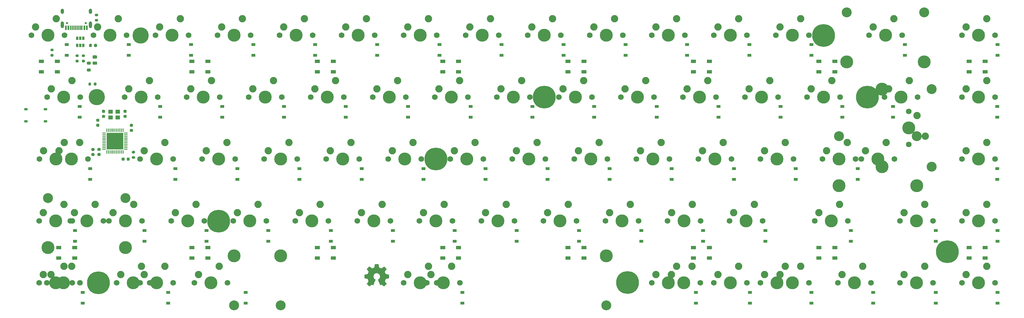
<source format=gbr>
G04 #@! TF.GenerationSoftware,KiCad,Pcbnew,(5.1.9-0-10_14)*
G04 #@! TF.CreationDate,2021-07-16T17:28:01+01:00*
G04 #@! TF.ProjectId,Draytronics-Elise-PCB V2,44726179-7472-46f6-9e69-63732d456c69,rev?*
G04 #@! TF.SameCoordinates,Original*
G04 #@! TF.FileFunction,Soldermask,Bot*
G04 #@! TF.FilePolarity,Negative*
%FSLAX46Y46*%
G04 Gerber Fmt 4.6, Leading zero omitted, Abs format (unit mm)*
G04 Created by KiCad (PCBNEW (5.1.9-0-10_14)) date 2021-07-16 17:28:01*
%MOMM*%
%LPD*%
G01*
G04 APERTURE LIST*
%ADD10C,0.010000*%
%ADD11C,2.250000*%
%ADD12C,3.987800*%
%ADD13C,1.750000*%
%ADD14C,3.048000*%
%ADD15R,1.500000X1.000000*%
%ADD16C,7.000240*%
%ADD17C,1.000000*%
%ADD18R,5.200000X5.200000*%
%ADD19R,1.000000X0.750000*%
%ADD20C,5.000000*%
%ADD21R,0.600000X1.450000*%
%ADD22R,0.300000X1.450000*%
%ADD23C,0.650000*%
%ADD24O,1.000000X2.100000*%
%ADD25O,1.000000X1.600000*%
%ADD26R,1.400000X1.200000*%
%ADD27R,0.650000X1.060000*%
%ADD28R,1.200000X0.900000*%
G04 APERTURE END LIST*
D10*
G04 #@! TO.C,G\u002A\u002A\u002A*
G36*
X134884425Y-105308443D02*
G01*
X134987416Y-105308651D01*
X135069798Y-105309137D01*
X135133965Y-105310017D01*
X135182312Y-105311405D01*
X135217236Y-105313416D01*
X135241130Y-105316165D01*
X135256390Y-105319766D01*
X135265412Y-105324334D01*
X135270590Y-105329985D01*
X135272364Y-105333022D01*
X135277583Y-105350707D01*
X135286778Y-105390493D01*
X135299362Y-105449495D01*
X135314746Y-105524828D01*
X135332343Y-105613606D01*
X135351566Y-105712943D01*
X135371826Y-105819954D01*
X135375171Y-105837847D01*
X135395583Y-105945442D01*
X135415194Y-106045477D01*
X135433402Y-106135127D01*
X135449606Y-106211570D01*
X135463205Y-106271982D01*
X135473598Y-106313538D01*
X135480183Y-106333416D01*
X135480899Y-106334454D01*
X135497742Y-106344509D01*
X135534511Y-106362177D01*
X135587435Y-106385914D01*
X135652749Y-106414176D01*
X135726684Y-106445419D01*
X135805473Y-106478100D01*
X135885347Y-106510673D01*
X135962540Y-106541596D01*
X136033284Y-106569324D01*
X136093811Y-106592313D01*
X136140353Y-106609019D01*
X136169143Y-106617898D01*
X136175042Y-106618922D01*
X136193077Y-106613431D01*
X136226984Y-106595779D01*
X136277596Y-106565438D01*
X136345744Y-106521885D01*
X136432260Y-106464592D01*
X136537977Y-106393036D01*
X136599382Y-106351000D01*
X136705767Y-106277947D01*
X136793204Y-106218003D01*
X136863696Y-106169919D01*
X136919247Y-106132445D01*
X136961861Y-106104333D01*
X136993541Y-106084334D01*
X137016291Y-106071199D01*
X137032116Y-106063679D01*
X137043019Y-106060525D01*
X137051004Y-106060487D01*
X137058075Y-106062318D01*
X137061021Y-106063269D01*
X137077252Y-106074510D01*
X137108181Y-106101479D01*
X137151419Y-106141745D01*
X137204581Y-106192880D01*
X137265278Y-106252452D01*
X137331123Y-106318032D01*
X137399730Y-106387189D01*
X137468710Y-106457494D01*
X137535677Y-106526516D01*
X137598242Y-106591825D01*
X137654020Y-106650991D01*
X137700621Y-106701584D01*
X137735660Y-106741174D01*
X137756749Y-106767331D01*
X137761980Y-106776798D01*
X137754992Y-106792800D01*
X137735083Y-106827197D01*
X137703835Y-106877530D01*
X137662830Y-106941341D01*
X137613651Y-107016173D01*
X137557879Y-107099568D01*
X137497097Y-107189067D01*
X137488930Y-107200994D01*
X137406953Y-107321478D01*
X137339370Y-107422746D01*
X137286326Y-107504563D01*
X137247971Y-107566698D01*
X137224450Y-107608919D01*
X137215912Y-107630992D01*
X137215880Y-107631734D01*
X137220890Y-107654223D01*
X137234870Y-107695546D01*
X137256242Y-107752063D01*
X137283428Y-107820129D01*
X137314851Y-107896103D01*
X137348934Y-107976343D01*
X137384098Y-108057206D01*
X137418767Y-108135049D01*
X137451362Y-108206230D01*
X137480306Y-108267106D01*
X137504022Y-108314036D01*
X137520932Y-108343377D01*
X137527516Y-108351283D01*
X137545681Y-108357511D01*
X137585844Y-108367572D01*
X137644998Y-108380832D01*
X137720136Y-108396657D01*
X137808253Y-108414413D01*
X137906341Y-108433465D01*
X138003766Y-108451769D01*
X138108540Y-108471324D01*
X138206262Y-108489911D01*
X138293905Y-108506928D01*
X138368442Y-108521772D01*
X138426844Y-108533841D01*
X138466086Y-108542534D01*
X138482705Y-108547048D01*
X138511280Y-108559055D01*
X138511280Y-109065968D01*
X138511216Y-109193154D01*
X138510959Y-109297286D01*
X138510407Y-109380712D01*
X138509458Y-109445778D01*
X138508013Y-109494831D01*
X138505970Y-109530218D01*
X138503228Y-109554285D01*
X138499686Y-109569379D01*
X138495243Y-109577846D01*
X138489798Y-109582034D01*
X138489055Y-109582368D01*
X138471810Y-109586827D01*
X138432539Y-109595332D01*
X138374189Y-109607296D01*
X138299708Y-109622131D01*
X138212042Y-109639250D01*
X138114139Y-109658067D01*
X138010374Y-109677726D01*
X137883235Y-109701902D01*
X137779267Y-109722282D01*
X137696595Y-109739295D01*
X137633344Y-109753366D01*
X137587639Y-109764923D01*
X137557604Y-109774393D01*
X137541364Y-109782203D01*
X137538076Y-109785263D01*
X137529486Y-109802206D01*
X137512861Y-109839640D01*
X137489511Y-109894442D01*
X137460746Y-109963484D01*
X137427878Y-110043642D01*
X137392217Y-110131790D01*
X137380347Y-110161380D01*
X137333640Y-110279492D01*
X137297027Y-110375328D01*
X137270195Y-110449782D01*
X137252831Y-110503749D01*
X137244621Y-110538123D01*
X137244070Y-110550540D01*
X137252417Y-110568838D01*
X137273634Y-110605318D01*
X137306030Y-110657351D01*
X137347913Y-110722309D01*
X137397591Y-110797562D01*
X137453372Y-110880483D01*
X137505830Y-110957222D01*
X137565214Y-111044059D01*
X137619728Y-111124934D01*
X137667735Y-111197327D01*
X137707595Y-111258716D01*
X137737669Y-111306581D01*
X137756318Y-111338400D01*
X137761979Y-111351225D01*
X137753250Y-111364796D01*
X137728353Y-111394124D01*
X137689230Y-111437153D01*
X137637821Y-111491826D01*
X137576064Y-111556087D01*
X137505901Y-111627879D01*
X137429272Y-111705147D01*
X137408583Y-111725824D01*
X137316641Y-111817279D01*
X137240836Y-111891994D01*
X137179576Y-111951417D01*
X137131269Y-111996996D01*
X137094322Y-112030179D01*
X137067143Y-112052415D01*
X137048139Y-112065151D01*
X137035718Y-112069835D01*
X137030758Y-112069381D01*
X137014841Y-112060273D01*
X136980599Y-112038444D01*
X136930608Y-112005609D01*
X136867443Y-111963483D01*
X136793676Y-111913781D01*
X136711884Y-111858219D01*
X136639312Y-111808584D01*
X136552887Y-111749764D01*
X136472306Y-111695820D01*
X136400135Y-111648401D01*
X136338941Y-111609158D01*
X136291292Y-111579740D01*
X136259755Y-111561797D01*
X136247572Y-111556800D01*
X136228023Y-111562586D01*
X136190878Y-111578508D01*
X136140771Y-111602407D01*
X136082333Y-111632124D01*
X136055789Y-111646157D01*
X135995381Y-111677427D01*
X135941430Y-111703417D01*
X135898513Y-111722067D01*
X135871205Y-111731318D01*
X135865333Y-111731882D01*
X135858446Y-111726046D01*
X135847629Y-111709251D01*
X135832304Y-111680187D01*
X135811894Y-111637545D01*
X135785822Y-111580015D01*
X135753510Y-111506286D01*
X135714382Y-111415049D01*
X135667860Y-111304993D01*
X135613368Y-111174809D01*
X135550328Y-111023186D01*
X135506558Y-110917502D01*
X135450308Y-110781176D01*
X135397017Y-110651345D01*
X135347474Y-110529973D01*
X135302467Y-110419027D01*
X135262785Y-110320468D01*
X135229217Y-110236263D01*
X135202551Y-110168376D01*
X135183577Y-110118771D01*
X135173082Y-110089412D01*
X135171180Y-110082197D01*
X135182267Y-110058986D01*
X135212533Y-110031508D01*
X135225155Y-110022865D01*
X135261287Y-109998621D01*
X135308832Y-109965428D01*
X135358856Y-109929547D01*
X135370451Y-109921074D01*
X135493847Y-109815437D01*
X135597557Y-109695337D01*
X135680907Y-109563158D01*
X135743221Y-109421283D01*
X135783825Y-109272093D01*
X135802043Y-109117973D01*
X135797201Y-108961303D01*
X135768624Y-108804468D01*
X135724496Y-108671140D01*
X135684747Y-108584044D01*
X135638041Y-108505577D01*
X135579699Y-108428987D01*
X135505042Y-108347526D01*
X135488680Y-108330994D01*
X135376134Y-108230932D01*
X135258911Y-108152802D01*
X135131237Y-108093157D01*
X135037830Y-108062068D01*
X134947033Y-108043164D01*
X134841040Y-108032715D01*
X134728604Y-108030720D01*
X134618480Y-108037180D01*
X134519422Y-108052095D01*
X134479030Y-108062068D01*
X134329411Y-108117847D01*
X134191243Y-108194592D01*
X134066585Y-108290101D01*
X133957497Y-108402174D01*
X133866042Y-108528608D01*
X133794278Y-108667202D01*
X133744267Y-108815754D01*
X133734772Y-108857233D01*
X133714400Y-109016814D01*
X133718440Y-109175113D01*
X133745930Y-109329646D01*
X133795909Y-109477932D01*
X133867418Y-109617487D01*
X133959495Y-109745829D01*
X134071180Y-109860475D01*
X134146408Y-109921074D01*
X134195679Y-109956661D01*
X134244656Y-109991089D01*
X134284404Y-110018100D01*
X134291705Y-110022865D01*
X134327021Y-110050663D01*
X134344556Y-110075732D01*
X134345680Y-110082197D01*
X134340928Y-110097802D01*
X134327201Y-110134889D01*
X134305285Y-110191496D01*
X134275971Y-110265657D01*
X134240046Y-110355408D01*
X134198299Y-110458784D01*
X134151520Y-110573822D01*
X134100496Y-110698556D01*
X134046018Y-110831022D01*
X134010301Y-110917502D01*
X133941654Y-111083118D01*
X133881914Y-111226481D01*
X133830503Y-111348900D01*
X133786845Y-111451687D01*
X133750362Y-111536150D01*
X133720477Y-111603601D01*
X133696613Y-111655348D01*
X133678194Y-111692702D01*
X133664641Y-111716973D01*
X133655378Y-111729470D01*
X133651526Y-111731882D01*
X133632495Y-111727396D01*
X133595851Y-111712609D01*
X133546169Y-111689580D01*
X133488025Y-111660369D01*
X133461070Y-111646157D01*
X133400473Y-111614602D01*
X133346215Y-111587936D01*
X133302928Y-111568319D01*
X133275242Y-111557908D01*
X133269287Y-111556800D01*
X133253332Y-111563783D01*
X133219101Y-111583632D01*
X133169161Y-111614699D01*
X133106078Y-111655332D01*
X133032420Y-111703882D01*
X132950753Y-111758699D01*
X132877547Y-111808584D01*
X132791026Y-111867725D01*
X132710381Y-111922437D01*
X132638188Y-111971006D01*
X132577019Y-112011716D01*
X132529451Y-112042853D01*
X132498058Y-112062700D01*
X132486101Y-112069381D01*
X132476868Y-112068837D01*
X132462009Y-112061111D01*
X132439932Y-112044755D01*
X132409043Y-112018321D01*
X132367750Y-111980361D01*
X132314462Y-111929427D01*
X132247584Y-111864071D01*
X132165526Y-111782845D01*
X132108276Y-111725824D01*
X132030286Y-111647473D01*
X131958260Y-111574063D01*
X131894137Y-111507652D01*
X131839858Y-111450295D01*
X131797363Y-111404049D01*
X131768591Y-111370971D01*
X131755483Y-111353116D01*
X131754880Y-111351225D01*
X131761874Y-111335960D01*
X131781765Y-111302387D01*
X131812913Y-111253025D01*
X131853680Y-111190397D01*
X131902426Y-111117023D01*
X131957513Y-111035423D01*
X132011029Y-110957222D01*
X132070761Y-110869751D01*
X132125869Y-110787648D01*
X132174663Y-110713542D01*
X132215448Y-110650061D01*
X132246535Y-110599835D01*
X132266230Y-110565492D01*
X132272789Y-110550540D01*
X132270470Y-110528652D01*
X132259204Y-110487763D01*
X132238678Y-110426979D01*
X132208579Y-110345405D01*
X132168593Y-110242148D01*
X132136512Y-110161380D01*
X132100230Y-110071324D01*
X132066319Y-109988250D01*
X132036089Y-109915285D01*
X132010851Y-109855553D01*
X131991915Y-109812181D01*
X131980594Y-109788294D01*
X131978783Y-109785263D01*
X131968093Y-109778057D01*
X131944444Y-109769380D01*
X131905961Y-109758807D01*
X131850770Y-109745910D01*
X131776994Y-109730263D01*
X131682759Y-109711438D01*
X131566189Y-109689008D01*
X131506485Y-109677726D01*
X131401370Y-109657810D01*
X131303583Y-109639011D01*
X131216073Y-109621918D01*
X131141785Y-109607117D01*
X131083669Y-109595195D01*
X131044670Y-109586740D01*
X131027805Y-109582368D01*
X131022229Y-109578544D01*
X131017669Y-109570729D01*
X131014021Y-109556576D01*
X131011186Y-109533738D01*
X131009063Y-109499869D01*
X131007549Y-109452621D01*
X131006546Y-109389649D01*
X131005950Y-109308605D01*
X131005662Y-109207144D01*
X131005580Y-109082917D01*
X131005580Y-108559055D01*
X131034155Y-108547048D01*
X131052953Y-108542020D01*
X131093716Y-108533057D01*
X131153416Y-108520761D01*
X131229026Y-108505736D01*
X131317518Y-108488582D01*
X131415866Y-108469903D01*
X131513093Y-108451769D01*
X131617752Y-108432082D01*
X131715231Y-108413101D01*
X131802525Y-108395462D01*
X131876627Y-108379798D01*
X131934531Y-108366744D01*
X131973230Y-108356934D01*
X131989343Y-108351283D01*
X132000996Y-108335297D01*
X132020478Y-108299360D01*
X132046211Y-108247113D01*
X132076618Y-108182200D01*
X132110122Y-108108262D01*
X132145144Y-108028943D01*
X132180108Y-107947884D01*
X132213436Y-107868728D01*
X132243549Y-107795118D01*
X132268872Y-107730696D01*
X132287826Y-107679104D01*
X132298833Y-107643985D01*
X132300980Y-107631734D01*
X132293434Y-107610997D01*
X132270897Y-107570097D01*
X132233515Y-107509268D01*
X132181435Y-107428741D01*
X132114806Y-107328749D01*
X132033774Y-107209524D01*
X132027930Y-107200994D01*
X131966614Y-107110883D01*
X131910103Y-107026558D01*
X131859979Y-106950477D01*
X131817825Y-106885098D01*
X131785223Y-106832878D01*
X131763754Y-106796276D01*
X131755001Y-106777749D01*
X131754880Y-106776798D01*
X131763571Y-106762669D01*
X131788056Y-106733231D01*
X131825945Y-106690915D01*
X131874852Y-106638150D01*
X131932390Y-106577367D01*
X131996170Y-106510996D01*
X132063807Y-106441467D01*
X132132912Y-106371210D01*
X132201099Y-106302656D01*
X132265979Y-106238234D01*
X132325166Y-106180374D01*
X132376272Y-106131507D01*
X132416911Y-106094062D01*
X132444694Y-106070470D01*
X132455838Y-106063269D01*
X132463279Y-106061072D01*
X132470996Y-106060373D01*
X132480995Y-106062420D01*
X132495279Y-106068463D01*
X132515852Y-106079749D01*
X132544720Y-106097528D01*
X132583885Y-106123049D01*
X132635352Y-106157559D01*
X132701126Y-106202308D01*
X132783211Y-106258545D01*
X132883611Y-106327518D01*
X132918867Y-106351749D01*
X133034564Y-106430750D01*
X133130633Y-106495197D01*
X133207892Y-106545606D01*
X133267159Y-106582495D01*
X133309251Y-106606380D01*
X133334985Y-106617777D01*
X133341807Y-106618962D01*
X133362053Y-106613845D01*
X133401649Y-106600248D01*
X133456820Y-106579714D01*
X133523793Y-106553791D01*
X133598793Y-106524024D01*
X133678048Y-106491957D01*
X133757784Y-106459137D01*
X133834227Y-106427110D01*
X133903602Y-106397419D01*
X133962137Y-106371612D01*
X134006058Y-106351233D01*
X134031591Y-106337828D01*
X134035848Y-106334727D01*
X134041799Y-106318862D01*
X134051645Y-106280825D01*
X134064782Y-106223444D01*
X134080609Y-106149545D01*
X134098522Y-106061954D01*
X134117918Y-105963500D01*
X134138196Y-105857009D01*
X134141734Y-105838060D01*
X134162055Y-105730084D01*
X134181443Y-105629305D01*
X134199311Y-105538613D01*
X134215071Y-105460895D01*
X134228137Y-105399039D01*
X134237920Y-105355934D01*
X134243834Y-105334468D01*
X134244382Y-105333235D01*
X134248571Y-105326988D01*
X134255395Y-105321887D01*
X134267251Y-105317815D01*
X134286535Y-105314656D01*
X134315643Y-105312295D01*
X134356972Y-105310617D01*
X134412917Y-105309504D01*
X134485876Y-105308843D01*
X134578243Y-105308516D01*
X134692416Y-105308408D01*
X134758429Y-105308400D01*
X134884425Y-105308443D01*
G37*
X134884425Y-105308443D02*
X134987416Y-105308651D01*
X135069798Y-105309137D01*
X135133965Y-105310017D01*
X135182312Y-105311405D01*
X135217236Y-105313416D01*
X135241130Y-105316165D01*
X135256390Y-105319766D01*
X135265412Y-105324334D01*
X135270590Y-105329985D01*
X135272364Y-105333022D01*
X135277583Y-105350707D01*
X135286778Y-105390493D01*
X135299362Y-105449495D01*
X135314746Y-105524828D01*
X135332343Y-105613606D01*
X135351566Y-105712943D01*
X135371826Y-105819954D01*
X135375171Y-105837847D01*
X135395583Y-105945442D01*
X135415194Y-106045477D01*
X135433402Y-106135127D01*
X135449606Y-106211570D01*
X135463205Y-106271982D01*
X135473598Y-106313538D01*
X135480183Y-106333416D01*
X135480899Y-106334454D01*
X135497742Y-106344509D01*
X135534511Y-106362177D01*
X135587435Y-106385914D01*
X135652749Y-106414176D01*
X135726684Y-106445419D01*
X135805473Y-106478100D01*
X135885347Y-106510673D01*
X135962540Y-106541596D01*
X136033284Y-106569324D01*
X136093811Y-106592313D01*
X136140353Y-106609019D01*
X136169143Y-106617898D01*
X136175042Y-106618922D01*
X136193077Y-106613431D01*
X136226984Y-106595779D01*
X136277596Y-106565438D01*
X136345744Y-106521885D01*
X136432260Y-106464592D01*
X136537977Y-106393036D01*
X136599382Y-106351000D01*
X136705767Y-106277947D01*
X136793204Y-106218003D01*
X136863696Y-106169919D01*
X136919247Y-106132445D01*
X136961861Y-106104333D01*
X136993541Y-106084334D01*
X137016291Y-106071199D01*
X137032116Y-106063679D01*
X137043019Y-106060525D01*
X137051004Y-106060487D01*
X137058075Y-106062318D01*
X137061021Y-106063269D01*
X137077252Y-106074510D01*
X137108181Y-106101479D01*
X137151419Y-106141745D01*
X137204581Y-106192880D01*
X137265278Y-106252452D01*
X137331123Y-106318032D01*
X137399730Y-106387189D01*
X137468710Y-106457494D01*
X137535677Y-106526516D01*
X137598242Y-106591825D01*
X137654020Y-106650991D01*
X137700621Y-106701584D01*
X137735660Y-106741174D01*
X137756749Y-106767331D01*
X137761980Y-106776798D01*
X137754992Y-106792800D01*
X137735083Y-106827197D01*
X137703835Y-106877530D01*
X137662830Y-106941341D01*
X137613651Y-107016173D01*
X137557879Y-107099568D01*
X137497097Y-107189067D01*
X137488930Y-107200994D01*
X137406953Y-107321478D01*
X137339370Y-107422746D01*
X137286326Y-107504563D01*
X137247971Y-107566698D01*
X137224450Y-107608919D01*
X137215912Y-107630992D01*
X137215880Y-107631734D01*
X137220890Y-107654223D01*
X137234870Y-107695546D01*
X137256242Y-107752063D01*
X137283428Y-107820129D01*
X137314851Y-107896103D01*
X137348934Y-107976343D01*
X137384098Y-108057206D01*
X137418767Y-108135049D01*
X137451362Y-108206230D01*
X137480306Y-108267106D01*
X137504022Y-108314036D01*
X137520932Y-108343377D01*
X137527516Y-108351283D01*
X137545681Y-108357511D01*
X137585844Y-108367572D01*
X137644998Y-108380832D01*
X137720136Y-108396657D01*
X137808253Y-108414413D01*
X137906341Y-108433465D01*
X138003766Y-108451769D01*
X138108540Y-108471324D01*
X138206262Y-108489911D01*
X138293905Y-108506928D01*
X138368442Y-108521772D01*
X138426844Y-108533841D01*
X138466086Y-108542534D01*
X138482705Y-108547048D01*
X138511280Y-108559055D01*
X138511280Y-109065968D01*
X138511216Y-109193154D01*
X138510959Y-109297286D01*
X138510407Y-109380712D01*
X138509458Y-109445778D01*
X138508013Y-109494831D01*
X138505970Y-109530218D01*
X138503228Y-109554285D01*
X138499686Y-109569379D01*
X138495243Y-109577846D01*
X138489798Y-109582034D01*
X138489055Y-109582368D01*
X138471810Y-109586827D01*
X138432539Y-109595332D01*
X138374189Y-109607296D01*
X138299708Y-109622131D01*
X138212042Y-109639250D01*
X138114139Y-109658067D01*
X138010374Y-109677726D01*
X137883235Y-109701902D01*
X137779267Y-109722282D01*
X137696595Y-109739295D01*
X137633344Y-109753366D01*
X137587639Y-109764923D01*
X137557604Y-109774393D01*
X137541364Y-109782203D01*
X137538076Y-109785263D01*
X137529486Y-109802206D01*
X137512861Y-109839640D01*
X137489511Y-109894442D01*
X137460746Y-109963484D01*
X137427878Y-110043642D01*
X137392217Y-110131790D01*
X137380347Y-110161380D01*
X137333640Y-110279492D01*
X137297027Y-110375328D01*
X137270195Y-110449782D01*
X137252831Y-110503749D01*
X137244621Y-110538123D01*
X137244070Y-110550540D01*
X137252417Y-110568838D01*
X137273634Y-110605318D01*
X137306030Y-110657351D01*
X137347913Y-110722309D01*
X137397591Y-110797562D01*
X137453372Y-110880483D01*
X137505830Y-110957222D01*
X137565214Y-111044059D01*
X137619728Y-111124934D01*
X137667735Y-111197327D01*
X137707595Y-111258716D01*
X137737669Y-111306581D01*
X137756318Y-111338400D01*
X137761979Y-111351225D01*
X137753250Y-111364796D01*
X137728353Y-111394124D01*
X137689230Y-111437153D01*
X137637821Y-111491826D01*
X137576064Y-111556087D01*
X137505901Y-111627879D01*
X137429272Y-111705147D01*
X137408583Y-111725824D01*
X137316641Y-111817279D01*
X137240836Y-111891994D01*
X137179576Y-111951417D01*
X137131269Y-111996996D01*
X137094322Y-112030179D01*
X137067143Y-112052415D01*
X137048139Y-112065151D01*
X137035718Y-112069835D01*
X137030758Y-112069381D01*
X137014841Y-112060273D01*
X136980599Y-112038444D01*
X136930608Y-112005609D01*
X136867443Y-111963483D01*
X136793676Y-111913781D01*
X136711884Y-111858219D01*
X136639312Y-111808584D01*
X136552887Y-111749764D01*
X136472306Y-111695820D01*
X136400135Y-111648401D01*
X136338941Y-111609158D01*
X136291292Y-111579740D01*
X136259755Y-111561797D01*
X136247572Y-111556800D01*
X136228023Y-111562586D01*
X136190878Y-111578508D01*
X136140771Y-111602407D01*
X136082333Y-111632124D01*
X136055789Y-111646157D01*
X135995381Y-111677427D01*
X135941430Y-111703417D01*
X135898513Y-111722067D01*
X135871205Y-111731318D01*
X135865333Y-111731882D01*
X135858446Y-111726046D01*
X135847629Y-111709251D01*
X135832304Y-111680187D01*
X135811894Y-111637545D01*
X135785822Y-111580015D01*
X135753510Y-111506286D01*
X135714382Y-111415049D01*
X135667860Y-111304993D01*
X135613368Y-111174809D01*
X135550328Y-111023186D01*
X135506558Y-110917502D01*
X135450308Y-110781176D01*
X135397017Y-110651345D01*
X135347474Y-110529973D01*
X135302467Y-110419027D01*
X135262785Y-110320468D01*
X135229217Y-110236263D01*
X135202551Y-110168376D01*
X135183577Y-110118771D01*
X135173082Y-110089412D01*
X135171180Y-110082197D01*
X135182267Y-110058986D01*
X135212533Y-110031508D01*
X135225155Y-110022865D01*
X135261287Y-109998621D01*
X135308832Y-109965428D01*
X135358856Y-109929547D01*
X135370451Y-109921074D01*
X135493847Y-109815437D01*
X135597557Y-109695337D01*
X135680907Y-109563158D01*
X135743221Y-109421283D01*
X135783825Y-109272093D01*
X135802043Y-109117973D01*
X135797201Y-108961303D01*
X135768624Y-108804468D01*
X135724496Y-108671140D01*
X135684747Y-108584044D01*
X135638041Y-108505577D01*
X135579699Y-108428987D01*
X135505042Y-108347526D01*
X135488680Y-108330994D01*
X135376134Y-108230932D01*
X135258911Y-108152802D01*
X135131237Y-108093157D01*
X135037830Y-108062068D01*
X134947033Y-108043164D01*
X134841040Y-108032715D01*
X134728604Y-108030720D01*
X134618480Y-108037180D01*
X134519422Y-108052095D01*
X134479030Y-108062068D01*
X134329411Y-108117847D01*
X134191243Y-108194592D01*
X134066585Y-108290101D01*
X133957497Y-108402174D01*
X133866042Y-108528608D01*
X133794278Y-108667202D01*
X133744267Y-108815754D01*
X133734772Y-108857233D01*
X133714400Y-109016814D01*
X133718440Y-109175113D01*
X133745930Y-109329646D01*
X133795909Y-109477932D01*
X133867418Y-109617487D01*
X133959495Y-109745829D01*
X134071180Y-109860475D01*
X134146408Y-109921074D01*
X134195679Y-109956661D01*
X134244656Y-109991089D01*
X134284404Y-110018100D01*
X134291705Y-110022865D01*
X134327021Y-110050663D01*
X134344556Y-110075732D01*
X134345680Y-110082197D01*
X134340928Y-110097802D01*
X134327201Y-110134889D01*
X134305285Y-110191496D01*
X134275971Y-110265657D01*
X134240046Y-110355408D01*
X134198299Y-110458784D01*
X134151520Y-110573822D01*
X134100496Y-110698556D01*
X134046018Y-110831022D01*
X134010301Y-110917502D01*
X133941654Y-111083118D01*
X133881914Y-111226481D01*
X133830503Y-111348900D01*
X133786845Y-111451687D01*
X133750362Y-111536150D01*
X133720477Y-111603601D01*
X133696613Y-111655348D01*
X133678194Y-111692702D01*
X133664641Y-111716973D01*
X133655378Y-111729470D01*
X133651526Y-111731882D01*
X133632495Y-111727396D01*
X133595851Y-111712609D01*
X133546169Y-111689580D01*
X133488025Y-111660369D01*
X133461070Y-111646157D01*
X133400473Y-111614602D01*
X133346215Y-111587936D01*
X133302928Y-111568319D01*
X133275242Y-111557908D01*
X133269287Y-111556800D01*
X133253332Y-111563783D01*
X133219101Y-111583632D01*
X133169161Y-111614699D01*
X133106078Y-111655332D01*
X133032420Y-111703882D01*
X132950753Y-111758699D01*
X132877547Y-111808584D01*
X132791026Y-111867725D01*
X132710381Y-111922437D01*
X132638188Y-111971006D01*
X132577019Y-112011716D01*
X132529451Y-112042853D01*
X132498058Y-112062700D01*
X132486101Y-112069381D01*
X132476868Y-112068837D01*
X132462009Y-112061111D01*
X132439932Y-112044755D01*
X132409043Y-112018321D01*
X132367750Y-111980361D01*
X132314462Y-111929427D01*
X132247584Y-111864071D01*
X132165526Y-111782845D01*
X132108276Y-111725824D01*
X132030286Y-111647473D01*
X131958260Y-111574063D01*
X131894137Y-111507652D01*
X131839858Y-111450295D01*
X131797363Y-111404049D01*
X131768591Y-111370971D01*
X131755483Y-111353116D01*
X131754880Y-111351225D01*
X131761874Y-111335960D01*
X131781765Y-111302387D01*
X131812913Y-111253025D01*
X131853680Y-111190397D01*
X131902426Y-111117023D01*
X131957513Y-111035423D01*
X132011029Y-110957222D01*
X132070761Y-110869751D01*
X132125869Y-110787648D01*
X132174663Y-110713542D01*
X132215448Y-110650061D01*
X132246535Y-110599835D01*
X132266230Y-110565492D01*
X132272789Y-110550540D01*
X132270470Y-110528652D01*
X132259204Y-110487763D01*
X132238678Y-110426979D01*
X132208579Y-110345405D01*
X132168593Y-110242148D01*
X132136512Y-110161380D01*
X132100230Y-110071324D01*
X132066319Y-109988250D01*
X132036089Y-109915285D01*
X132010851Y-109855553D01*
X131991915Y-109812181D01*
X131980594Y-109788294D01*
X131978783Y-109785263D01*
X131968093Y-109778057D01*
X131944444Y-109769380D01*
X131905961Y-109758807D01*
X131850770Y-109745910D01*
X131776994Y-109730263D01*
X131682759Y-109711438D01*
X131566189Y-109689008D01*
X131506485Y-109677726D01*
X131401370Y-109657810D01*
X131303583Y-109639011D01*
X131216073Y-109621918D01*
X131141785Y-109607117D01*
X131083669Y-109595195D01*
X131044670Y-109586740D01*
X131027805Y-109582368D01*
X131022229Y-109578544D01*
X131017669Y-109570729D01*
X131014021Y-109556576D01*
X131011186Y-109533738D01*
X131009063Y-109499869D01*
X131007549Y-109452621D01*
X131006546Y-109389649D01*
X131005950Y-109308605D01*
X131005662Y-109207144D01*
X131005580Y-109082917D01*
X131005580Y-108559055D01*
X131034155Y-108547048D01*
X131052953Y-108542020D01*
X131093716Y-108533057D01*
X131153416Y-108520761D01*
X131229026Y-108505736D01*
X131317518Y-108488582D01*
X131415866Y-108469903D01*
X131513093Y-108451769D01*
X131617752Y-108432082D01*
X131715231Y-108413101D01*
X131802525Y-108395462D01*
X131876627Y-108379798D01*
X131934531Y-108366744D01*
X131973230Y-108356934D01*
X131989343Y-108351283D01*
X132000996Y-108335297D01*
X132020478Y-108299360D01*
X132046211Y-108247113D01*
X132076618Y-108182200D01*
X132110122Y-108108262D01*
X132145144Y-108028943D01*
X132180108Y-107947884D01*
X132213436Y-107868728D01*
X132243549Y-107795118D01*
X132268872Y-107730696D01*
X132287826Y-107679104D01*
X132298833Y-107643985D01*
X132300980Y-107631734D01*
X132293434Y-107610997D01*
X132270897Y-107570097D01*
X132233515Y-107509268D01*
X132181435Y-107428741D01*
X132114806Y-107328749D01*
X132033774Y-107209524D01*
X132027930Y-107200994D01*
X131966614Y-107110883D01*
X131910103Y-107026558D01*
X131859979Y-106950477D01*
X131817825Y-106885098D01*
X131785223Y-106832878D01*
X131763754Y-106796276D01*
X131755001Y-106777749D01*
X131754880Y-106776798D01*
X131763571Y-106762669D01*
X131788056Y-106733231D01*
X131825945Y-106690915D01*
X131874852Y-106638150D01*
X131932390Y-106577367D01*
X131996170Y-106510996D01*
X132063807Y-106441467D01*
X132132912Y-106371210D01*
X132201099Y-106302656D01*
X132265979Y-106238234D01*
X132325166Y-106180374D01*
X132376272Y-106131507D01*
X132416911Y-106094062D01*
X132444694Y-106070470D01*
X132455838Y-106063269D01*
X132463279Y-106061072D01*
X132470996Y-106060373D01*
X132480995Y-106062420D01*
X132495279Y-106068463D01*
X132515852Y-106079749D01*
X132544720Y-106097528D01*
X132583885Y-106123049D01*
X132635352Y-106157559D01*
X132701126Y-106202308D01*
X132783211Y-106258545D01*
X132883611Y-106327518D01*
X132918867Y-106351749D01*
X133034564Y-106430750D01*
X133130633Y-106495197D01*
X133207892Y-106545606D01*
X133267159Y-106582495D01*
X133309251Y-106606380D01*
X133334985Y-106617777D01*
X133341807Y-106618962D01*
X133362053Y-106613845D01*
X133401649Y-106600248D01*
X133456820Y-106579714D01*
X133523793Y-106553791D01*
X133598793Y-106524024D01*
X133678048Y-106491957D01*
X133757784Y-106459137D01*
X133834227Y-106427110D01*
X133903602Y-106397419D01*
X133962137Y-106371612D01*
X134006058Y-106351233D01*
X134031591Y-106337828D01*
X134035848Y-106334727D01*
X134041799Y-106318862D01*
X134051645Y-106280825D01*
X134064782Y-106223444D01*
X134080609Y-106149545D01*
X134098522Y-106061954D01*
X134117918Y-105963500D01*
X134138196Y-105857009D01*
X134141734Y-105838060D01*
X134162055Y-105730084D01*
X134181443Y-105629305D01*
X134199311Y-105538613D01*
X134215071Y-105460895D01*
X134228137Y-105399039D01*
X134237920Y-105355934D01*
X134243834Y-105334468D01*
X134244382Y-105333235D01*
X134248571Y-105326988D01*
X134255395Y-105321887D01*
X134267251Y-105317815D01*
X134286535Y-105314656D01*
X134315643Y-105312295D01*
X134356972Y-105310617D01*
X134412917Y-105309504D01*
X134485876Y-105308843D01*
X134578243Y-105308516D01*
X134692416Y-105308408D01*
X134758429Y-105308400D01*
X134884425Y-105308443D01*
G04 #@! TD*
D11*
G04 #@! TO.C,MX14*
X293573200Y-29768800D03*
D12*
X291033200Y-34848800D03*
D11*
X287223200Y-32308800D03*
D13*
X285953200Y-34848800D03*
X296113200Y-34848800D03*
D14*
X279126950Y-27863800D03*
X302939450Y-27863800D03*
D12*
X279126950Y-43103800D03*
X302939450Y-43103800D03*
G04 #@! TD*
G04 #@! TO.C,R6*
G36*
G01*
X47075000Y-49625000D02*
X47075000Y-50175000D01*
G75*
G02*
X46875000Y-50375000I-200000J0D01*
G01*
X46475000Y-50375000D01*
G75*
G02*
X46275000Y-50175000I0J200000D01*
G01*
X46275000Y-49625000D01*
G75*
G02*
X46475000Y-49425000I200000J0D01*
G01*
X46875000Y-49425000D01*
G75*
G02*
X47075000Y-49625000I0J-200000D01*
G01*
G37*
G36*
G01*
X48725000Y-49625000D02*
X48725000Y-50175000D01*
G75*
G02*
X48525000Y-50375000I-200000J0D01*
G01*
X48125000Y-50375000D01*
G75*
G02*
X47925000Y-50175000I0J200000D01*
G01*
X47925000Y-49625000D01*
G75*
G02*
X48125000Y-49425000I200000J0D01*
G01*
X48525000Y-49425000D01*
G75*
G02*
X48725000Y-49625000I0J-200000D01*
G01*
G37*
G04 #@! TD*
D15*
G04 #@! TO.C,D85*
X37150000Y-103400000D03*
X37150000Y-100200000D03*
X42050000Y-103400000D03*
X42050000Y-100200000D03*
G04 #@! TD*
G04 #@! TO.C,D84*
X78050000Y-103400000D03*
X78050000Y-100200000D03*
X82950000Y-103400000D03*
X82950000Y-100200000D03*
G04 #@! TD*
G04 #@! TO.C,D83*
X121450000Y-100200000D03*
X121450000Y-103400000D03*
X116550000Y-100200000D03*
X116550000Y-103400000D03*
G04 #@! TD*
G04 #@! TO.C,D82*
X159950000Y-100200000D03*
X159950000Y-103400000D03*
X155050000Y-100200000D03*
X155050000Y-103400000D03*
G04 #@! TD*
G04 #@! TO.C,D81*
X193550000Y-103400000D03*
X193550000Y-100200000D03*
X198450000Y-103400000D03*
X198450000Y-100200000D03*
G04 #@! TD*
G04 #@! TO.C,D80*
X232050000Y-103400000D03*
X232050000Y-100200000D03*
X236950000Y-103400000D03*
X236950000Y-100200000D03*
G04 #@! TD*
G04 #@! TO.C,D79*
X270550000Y-103400000D03*
X270550000Y-100200000D03*
X275450000Y-103400000D03*
X275450000Y-100200000D03*
G04 #@! TD*
G04 #@! TO.C,D78*
X316750000Y-103400000D03*
X316750000Y-100200000D03*
X321650000Y-103400000D03*
X321650000Y-100200000D03*
G04 #@! TD*
G04 #@! TO.C,D77*
X316750000Y-46100000D03*
X316750000Y-42900000D03*
X321650000Y-46100000D03*
X321650000Y-42900000D03*
G04 #@! TD*
D11*
G04 #@! TO.C,MX73*
X322127880Y-105973880D03*
D12*
X319587880Y-111053880D03*
D11*
X315777880Y-108513880D03*
D13*
X314507880Y-111053880D03*
X324667880Y-111053880D03*
G04 #@! TD*
G04 #@! TO.C,MX1*
X38933120Y-34864040D03*
X28773120Y-34864040D03*
D11*
X30043120Y-32324040D03*
D12*
X33853120Y-34864040D03*
D11*
X36393120Y-29784040D03*
G04 #@! TD*
G04 #@! TO.C,MX64*
X38785800Y-105968800D03*
D12*
X36245800Y-111048800D03*
D11*
X32435800Y-108508800D03*
D13*
X31165800Y-111048800D03*
X41325800Y-111048800D03*
G04 #@! TD*
D11*
G04 #@! TO.C,MX74*
X41148000Y-105968800D03*
D12*
X38608000Y-111048800D03*
D11*
X34798000Y-108508800D03*
D13*
X33528000Y-111048800D03*
X43688000Y-111048800D03*
G04 #@! TD*
D16*
G04 #@! TO.C,REF\u002A\u002A*
X86243160Y-92059760D03*
D17*
X86243160Y-89759760D03*
X87443160Y-89759760D03*
X85043160Y-89759760D03*
X86243160Y-94359760D03*
X85043160Y-94359760D03*
X87443160Y-94359760D03*
G04 #@! TD*
G04 #@! TO.C,REF\u002A\u002A*
X212975040Y-113247200D03*
X210575040Y-113247200D03*
X211775040Y-113247200D03*
X210575040Y-108647200D03*
X212975040Y-108647200D03*
X211775040Y-108647200D03*
D16*
X211775040Y-110947200D03*
G04 #@! TD*
G04 #@! TO.C,REF\u002A\u002A*
X310063080Y-101523520D03*
D17*
X310063080Y-99223520D03*
X311263080Y-99223520D03*
X308863080Y-99223520D03*
X310063080Y-103823520D03*
X308863080Y-103823520D03*
X311263080Y-103823520D03*
G04 #@! TD*
G04 #@! TO.C,REF\u002A\u002A*
X286716320Y-56178480D03*
X284316320Y-56178480D03*
X285516320Y-56178480D03*
X284316320Y-51578480D03*
X286716320Y-51578480D03*
X285516320Y-51578480D03*
D16*
X285516320Y-53878480D03*
G04 #@! TD*
G04 #@! TO.C,REF\u002A\u002A*
X272039080Y-34904680D03*
D17*
X272039080Y-32604680D03*
X273239080Y-32604680D03*
X270839080Y-32604680D03*
X272039080Y-37204680D03*
X270839080Y-37204680D03*
X273239080Y-37204680D03*
G04 #@! TD*
G04 #@! TO.C,REF\u002A\u002A*
X187473440Y-56214040D03*
X185073440Y-56214040D03*
X186273440Y-56214040D03*
X185073440Y-51614040D03*
X187473440Y-51614040D03*
X186273440Y-51614040D03*
D16*
X186273440Y-53914040D03*
G04 #@! TD*
G04 #@! TO.C,REF\u002A\u002A*
X152948640Y-72964040D03*
D17*
X152948640Y-70664040D03*
X154148640Y-70664040D03*
X151748640Y-70664040D03*
X152948640Y-75264040D03*
X151748640Y-75264040D03*
X154148640Y-75264040D03*
G04 #@! TD*
G04 #@! TO.C,REF\u002A\u002A*
X50516640Y-113338640D03*
X48116640Y-113338640D03*
X49316640Y-113338640D03*
X48116640Y-108738640D03*
X50516640Y-108738640D03*
X49316640Y-108738640D03*
D16*
X49316640Y-111038640D03*
G04 #@! TD*
D18*
G04 #@! TO.C,U1*
X54406800Y-67437000D03*
G36*
G01*
X51781800Y-71249500D02*
X51781800Y-70299500D01*
G75*
G02*
X51844300Y-70237000I62500J0D01*
G01*
X51969300Y-70237000D01*
G75*
G02*
X52031800Y-70299500I0J-62500D01*
G01*
X52031800Y-71249500D01*
G75*
G02*
X51969300Y-71312000I-62500J0D01*
G01*
X51844300Y-71312000D01*
G75*
G02*
X51781800Y-71249500I0J62500D01*
G01*
G37*
G36*
G01*
X52281800Y-71249500D02*
X52281800Y-70299500D01*
G75*
G02*
X52344300Y-70237000I62500J0D01*
G01*
X52469300Y-70237000D01*
G75*
G02*
X52531800Y-70299500I0J-62500D01*
G01*
X52531800Y-71249500D01*
G75*
G02*
X52469300Y-71312000I-62500J0D01*
G01*
X52344300Y-71312000D01*
G75*
G02*
X52281800Y-71249500I0J62500D01*
G01*
G37*
G36*
G01*
X52781800Y-71249500D02*
X52781800Y-70299500D01*
G75*
G02*
X52844300Y-70237000I62500J0D01*
G01*
X52969300Y-70237000D01*
G75*
G02*
X53031800Y-70299500I0J-62500D01*
G01*
X53031800Y-71249500D01*
G75*
G02*
X52969300Y-71312000I-62500J0D01*
G01*
X52844300Y-71312000D01*
G75*
G02*
X52781800Y-71249500I0J62500D01*
G01*
G37*
G36*
G01*
X53281800Y-71249500D02*
X53281800Y-70299500D01*
G75*
G02*
X53344300Y-70237000I62500J0D01*
G01*
X53469300Y-70237000D01*
G75*
G02*
X53531800Y-70299500I0J-62500D01*
G01*
X53531800Y-71249500D01*
G75*
G02*
X53469300Y-71312000I-62500J0D01*
G01*
X53344300Y-71312000D01*
G75*
G02*
X53281800Y-71249500I0J62500D01*
G01*
G37*
G36*
G01*
X53781800Y-71249500D02*
X53781800Y-70299500D01*
G75*
G02*
X53844300Y-70237000I62500J0D01*
G01*
X53969300Y-70237000D01*
G75*
G02*
X54031800Y-70299500I0J-62500D01*
G01*
X54031800Y-71249500D01*
G75*
G02*
X53969300Y-71312000I-62500J0D01*
G01*
X53844300Y-71312000D01*
G75*
G02*
X53781800Y-71249500I0J62500D01*
G01*
G37*
G36*
G01*
X54281800Y-71249500D02*
X54281800Y-70299500D01*
G75*
G02*
X54344300Y-70237000I62500J0D01*
G01*
X54469300Y-70237000D01*
G75*
G02*
X54531800Y-70299500I0J-62500D01*
G01*
X54531800Y-71249500D01*
G75*
G02*
X54469300Y-71312000I-62500J0D01*
G01*
X54344300Y-71312000D01*
G75*
G02*
X54281800Y-71249500I0J62500D01*
G01*
G37*
G36*
G01*
X54781800Y-71249500D02*
X54781800Y-70299500D01*
G75*
G02*
X54844300Y-70237000I62500J0D01*
G01*
X54969300Y-70237000D01*
G75*
G02*
X55031800Y-70299500I0J-62500D01*
G01*
X55031800Y-71249500D01*
G75*
G02*
X54969300Y-71312000I-62500J0D01*
G01*
X54844300Y-71312000D01*
G75*
G02*
X54781800Y-71249500I0J62500D01*
G01*
G37*
G36*
G01*
X55281800Y-71249500D02*
X55281800Y-70299500D01*
G75*
G02*
X55344300Y-70237000I62500J0D01*
G01*
X55469300Y-70237000D01*
G75*
G02*
X55531800Y-70299500I0J-62500D01*
G01*
X55531800Y-71249500D01*
G75*
G02*
X55469300Y-71312000I-62500J0D01*
G01*
X55344300Y-71312000D01*
G75*
G02*
X55281800Y-71249500I0J62500D01*
G01*
G37*
G36*
G01*
X55781800Y-71249500D02*
X55781800Y-70299500D01*
G75*
G02*
X55844300Y-70237000I62500J0D01*
G01*
X55969300Y-70237000D01*
G75*
G02*
X56031800Y-70299500I0J-62500D01*
G01*
X56031800Y-71249500D01*
G75*
G02*
X55969300Y-71312000I-62500J0D01*
G01*
X55844300Y-71312000D01*
G75*
G02*
X55781800Y-71249500I0J62500D01*
G01*
G37*
G36*
G01*
X56281800Y-71249500D02*
X56281800Y-70299500D01*
G75*
G02*
X56344300Y-70237000I62500J0D01*
G01*
X56469300Y-70237000D01*
G75*
G02*
X56531800Y-70299500I0J-62500D01*
G01*
X56531800Y-71249500D01*
G75*
G02*
X56469300Y-71312000I-62500J0D01*
G01*
X56344300Y-71312000D01*
G75*
G02*
X56281800Y-71249500I0J62500D01*
G01*
G37*
G36*
G01*
X56781800Y-71249500D02*
X56781800Y-70299500D01*
G75*
G02*
X56844300Y-70237000I62500J0D01*
G01*
X56969300Y-70237000D01*
G75*
G02*
X57031800Y-70299500I0J-62500D01*
G01*
X57031800Y-71249500D01*
G75*
G02*
X56969300Y-71312000I-62500J0D01*
G01*
X56844300Y-71312000D01*
G75*
G02*
X56781800Y-71249500I0J62500D01*
G01*
G37*
G36*
G01*
X57206800Y-69999500D02*
X57206800Y-69874500D01*
G75*
G02*
X57269300Y-69812000I62500J0D01*
G01*
X58219300Y-69812000D01*
G75*
G02*
X58281800Y-69874500I0J-62500D01*
G01*
X58281800Y-69999500D01*
G75*
G02*
X58219300Y-70062000I-62500J0D01*
G01*
X57269300Y-70062000D01*
G75*
G02*
X57206800Y-69999500I0J62500D01*
G01*
G37*
G36*
G01*
X57206800Y-69499500D02*
X57206800Y-69374500D01*
G75*
G02*
X57269300Y-69312000I62500J0D01*
G01*
X58219300Y-69312000D01*
G75*
G02*
X58281800Y-69374500I0J-62500D01*
G01*
X58281800Y-69499500D01*
G75*
G02*
X58219300Y-69562000I-62500J0D01*
G01*
X57269300Y-69562000D01*
G75*
G02*
X57206800Y-69499500I0J62500D01*
G01*
G37*
G36*
G01*
X57206800Y-68999500D02*
X57206800Y-68874500D01*
G75*
G02*
X57269300Y-68812000I62500J0D01*
G01*
X58219300Y-68812000D01*
G75*
G02*
X58281800Y-68874500I0J-62500D01*
G01*
X58281800Y-68999500D01*
G75*
G02*
X58219300Y-69062000I-62500J0D01*
G01*
X57269300Y-69062000D01*
G75*
G02*
X57206800Y-68999500I0J62500D01*
G01*
G37*
G36*
G01*
X57206800Y-68499500D02*
X57206800Y-68374500D01*
G75*
G02*
X57269300Y-68312000I62500J0D01*
G01*
X58219300Y-68312000D01*
G75*
G02*
X58281800Y-68374500I0J-62500D01*
G01*
X58281800Y-68499500D01*
G75*
G02*
X58219300Y-68562000I-62500J0D01*
G01*
X57269300Y-68562000D01*
G75*
G02*
X57206800Y-68499500I0J62500D01*
G01*
G37*
G36*
G01*
X57206800Y-67999500D02*
X57206800Y-67874500D01*
G75*
G02*
X57269300Y-67812000I62500J0D01*
G01*
X58219300Y-67812000D01*
G75*
G02*
X58281800Y-67874500I0J-62500D01*
G01*
X58281800Y-67999500D01*
G75*
G02*
X58219300Y-68062000I-62500J0D01*
G01*
X57269300Y-68062000D01*
G75*
G02*
X57206800Y-67999500I0J62500D01*
G01*
G37*
G36*
G01*
X57206800Y-67499500D02*
X57206800Y-67374500D01*
G75*
G02*
X57269300Y-67312000I62500J0D01*
G01*
X58219300Y-67312000D01*
G75*
G02*
X58281800Y-67374500I0J-62500D01*
G01*
X58281800Y-67499500D01*
G75*
G02*
X58219300Y-67562000I-62500J0D01*
G01*
X57269300Y-67562000D01*
G75*
G02*
X57206800Y-67499500I0J62500D01*
G01*
G37*
G36*
G01*
X57206800Y-66999500D02*
X57206800Y-66874500D01*
G75*
G02*
X57269300Y-66812000I62500J0D01*
G01*
X58219300Y-66812000D01*
G75*
G02*
X58281800Y-66874500I0J-62500D01*
G01*
X58281800Y-66999500D01*
G75*
G02*
X58219300Y-67062000I-62500J0D01*
G01*
X57269300Y-67062000D01*
G75*
G02*
X57206800Y-66999500I0J62500D01*
G01*
G37*
G36*
G01*
X57206800Y-66499500D02*
X57206800Y-66374500D01*
G75*
G02*
X57269300Y-66312000I62500J0D01*
G01*
X58219300Y-66312000D01*
G75*
G02*
X58281800Y-66374500I0J-62500D01*
G01*
X58281800Y-66499500D01*
G75*
G02*
X58219300Y-66562000I-62500J0D01*
G01*
X57269300Y-66562000D01*
G75*
G02*
X57206800Y-66499500I0J62500D01*
G01*
G37*
G36*
G01*
X57206800Y-65999500D02*
X57206800Y-65874500D01*
G75*
G02*
X57269300Y-65812000I62500J0D01*
G01*
X58219300Y-65812000D01*
G75*
G02*
X58281800Y-65874500I0J-62500D01*
G01*
X58281800Y-65999500D01*
G75*
G02*
X58219300Y-66062000I-62500J0D01*
G01*
X57269300Y-66062000D01*
G75*
G02*
X57206800Y-65999500I0J62500D01*
G01*
G37*
G36*
G01*
X57206800Y-65499500D02*
X57206800Y-65374500D01*
G75*
G02*
X57269300Y-65312000I62500J0D01*
G01*
X58219300Y-65312000D01*
G75*
G02*
X58281800Y-65374500I0J-62500D01*
G01*
X58281800Y-65499500D01*
G75*
G02*
X58219300Y-65562000I-62500J0D01*
G01*
X57269300Y-65562000D01*
G75*
G02*
X57206800Y-65499500I0J62500D01*
G01*
G37*
G36*
G01*
X57206800Y-64999500D02*
X57206800Y-64874500D01*
G75*
G02*
X57269300Y-64812000I62500J0D01*
G01*
X58219300Y-64812000D01*
G75*
G02*
X58281800Y-64874500I0J-62500D01*
G01*
X58281800Y-64999500D01*
G75*
G02*
X58219300Y-65062000I-62500J0D01*
G01*
X57269300Y-65062000D01*
G75*
G02*
X57206800Y-64999500I0J62500D01*
G01*
G37*
G36*
G01*
X56781800Y-64574500D02*
X56781800Y-63624500D01*
G75*
G02*
X56844300Y-63562000I62500J0D01*
G01*
X56969300Y-63562000D01*
G75*
G02*
X57031800Y-63624500I0J-62500D01*
G01*
X57031800Y-64574500D01*
G75*
G02*
X56969300Y-64637000I-62500J0D01*
G01*
X56844300Y-64637000D01*
G75*
G02*
X56781800Y-64574500I0J62500D01*
G01*
G37*
G36*
G01*
X56281800Y-64574500D02*
X56281800Y-63624500D01*
G75*
G02*
X56344300Y-63562000I62500J0D01*
G01*
X56469300Y-63562000D01*
G75*
G02*
X56531800Y-63624500I0J-62500D01*
G01*
X56531800Y-64574500D01*
G75*
G02*
X56469300Y-64637000I-62500J0D01*
G01*
X56344300Y-64637000D01*
G75*
G02*
X56281800Y-64574500I0J62500D01*
G01*
G37*
G36*
G01*
X55781800Y-64574500D02*
X55781800Y-63624500D01*
G75*
G02*
X55844300Y-63562000I62500J0D01*
G01*
X55969300Y-63562000D01*
G75*
G02*
X56031800Y-63624500I0J-62500D01*
G01*
X56031800Y-64574500D01*
G75*
G02*
X55969300Y-64637000I-62500J0D01*
G01*
X55844300Y-64637000D01*
G75*
G02*
X55781800Y-64574500I0J62500D01*
G01*
G37*
G36*
G01*
X55281800Y-64574500D02*
X55281800Y-63624500D01*
G75*
G02*
X55344300Y-63562000I62500J0D01*
G01*
X55469300Y-63562000D01*
G75*
G02*
X55531800Y-63624500I0J-62500D01*
G01*
X55531800Y-64574500D01*
G75*
G02*
X55469300Y-64637000I-62500J0D01*
G01*
X55344300Y-64637000D01*
G75*
G02*
X55281800Y-64574500I0J62500D01*
G01*
G37*
G36*
G01*
X54781800Y-64574500D02*
X54781800Y-63624500D01*
G75*
G02*
X54844300Y-63562000I62500J0D01*
G01*
X54969300Y-63562000D01*
G75*
G02*
X55031800Y-63624500I0J-62500D01*
G01*
X55031800Y-64574500D01*
G75*
G02*
X54969300Y-64637000I-62500J0D01*
G01*
X54844300Y-64637000D01*
G75*
G02*
X54781800Y-64574500I0J62500D01*
G01*
G37*
G36*
G01*
X54281800Y-64574500D02*
X54281800Y-63624500D01*
G75*
G02*
X54344300Y-63562000I62500J0D01*
G01*
X54469300Y-63562000D01*
G75*
G02*
X54531800Y-63624500I0J-62500D01*
G01*
X54531800Y-64574500D01*
G75*
G02*
X54469300Y-64637000I-62500J0D01*
G01*
X54344300Y-64637000D01*
G75*
G02*
X54281800Y-64574500I0J62500D01*
G01*
G37*
G36*
G01*
X53781800Y-64574500D02*
X53781800Y-63624500D01*
G75*
G02*
X53844300Y-63562000I62500J0D01*
G01*
X53969300Y-63562000D01*
G75*
G02*
X54031800Y-63624500I0J-62500D01*
G01*
X54031800Y-64574500D01*
G75*
G02*
X53969300Y-64637000I-62500J0D01*
G01*
X53844300Y-64637000D01*
G75*
G02*
X53781800Y-64574500I0J62500D01*
G01*
G37*
G36*
G01*
X53281800Y-64574500D02*
X53281800Y-63624500D01*
G75*
G02*
X53344300Y-63562000I62500J0D01*
G01*
X53469300Y-63562000D01*
G75*
G02*
X53531800Y-63624500I0J-62500D01*
G01*
X53531800Y-64574500D01*
G75*
G02*
X53469300Y-64637000I-62500J0D01*
G01*
X53344300Y-64637000D01*
G75*
G02*
X53281800Y-64574500I0J62500D01*
G01*
G37*
G36*
G01*
X52781800Y-64574500D02*
X52781800Y-63624500D01*
G75*
G02*
X52844300Y-63562000I62500J0D01*
G01*
X52969300Y-63562000D01*
G75*
G02*
X53031800Y-63624500I0J-62500D01*
G01*
X53031800Y-64574500D01*
G75*
G02*
X52969300Y-64637000I-62500J0D01*
G01*
X52844300Y-64637000D01*
G75*
G02*
X52781800Y-64574500I0J62500D01*
G01*
G37*
G36*
G01*
X52281800Y-64574500D02*
X52281800Y-63624500D01*
G75*
G02*
X52344300Y-63562000I62500J0D01*
G01*
X52469300Y-63562000D01*
G75*
G02*
X52531800Y-63624500I0J-62500D01*
G01*
X52531800Y-64574500D01*
G75*
G02*
X52469300Y-64637000I-62500J0D01*
G01*
X52344300Y-64637000D01*
G75*
G02*
X52281800Y-64574500I0J62500D01*
G01*
G37*
G36*
G01*
X51781800Y-64574500D02*
X51781800Y-63624500D01*
G75*
G02*
X51844300Y-63562000I62500J0D01*
G01*
X51969300Y-63562000D01*
G75*
G02*
X52031800Y-63624500I0J-62500D01*
G01*
X52031800Y-64574500D01*
G75*
G02*
X51969300Y-64637000I-62500J0D01*
G01*
X51844300Y-64637000D01*
G75*
G02*
X51781800Y-64574500I0J62500D01*
G01*
G37*
G36*
G01*
X50531800Y-64999500D02*
X50531800Y-64874500D01*
G75*
G02*
X50594300Y-64812000I62500J0D01*
G01*
X51544300Y-64812000D01*
G75*
G02*
X51606800Y-64874500I0J-62500D01*
G01*
X51606800Y-64999500D01*
G75*
G02*
X51544300Y-65062000I-62500J0D01*
G01*
X50594300Y-65062000D01*
G75*
G02*
X50531800Y-64999500I0J62500D01*
G01*
G37*
G36*
G01*
X50531800Y-65499500D02*
X50531800Y-65374500D01*
G75*
G02*
X50594300Y-65312000I62500J0D01*
G01*
X51544300Y-65312000D01*
G75*
G02*
X51606800Y-65374500I0J-62500D01*
G01*
X51606800Y-65499500D01*
G75*
G02*
X51544300Y-65562000I-62500J0D01*
G01*
X50594300Y-65562000D01*
G75*
G02*
X50531800Y-65499500I0J62500D01*
G01*
G37*
G36*
G01*
X50531800Y-65999500D02*
X50531800Y-65874500D01*
G75*
G02*
X50594300Y-65812000I62500J0D01*
G01*
X51544300Y-65812000D01*
G75*
G02*
X51606800Y-65874500I0J-62500D01*
G01*
X51606800Y-65999500D01*
G75*
G02*
X51544300Y-66062000I-62500J0D01*
G01*
X50594300Y-66062000D01*
G75*
G02*
X50531800Y-65999500I0J62500D01*
G01*
G37*
G36*
G01*
X50531800Y-66499500D02*
X50531800Y-66374500D01*
G75*
G02*
X50594300Y-66312000I62500J0D01*
G01*
X51544300Y-66312000D01*
G75*
G02*
X51606800Y-66374500I0J-62500D01*
G01*
X51606800Y-66499500D01*
G75*
G02*
X51544300Y-66562000I-62500J0D01*
G01*
X50594300Y-66562000D01*
G75*
G02*
X50531800Y-66499500I0J62500D01*
G01*
G37*
G36*
G01*
X50531800Y-66999500D02*
X50531800Y-66874500D01*
G75*
G02*
X50594300Y-66812000I62500J0D01*
G01*
X51544300Y-66812000D01*
G75*
G02*
X51606800Y-66874500I0J-62500D01*
G01*
X51606800Y-66999500D01*
G75*
G02*
X51544300Y-67062000I-62500J0D01*
G01*
X50594300Y-67062000D01*
G75*
G02*
X50531800Y-66999500I0J62500D01*
G01*
G37*
G36*
G01*
X50531800Y-67499500D02*
X50531800Y-67374500D01*
G75*
G02*
X50594300Y-67312000I62500J0D01*
G01*
X51544300Y-67312000D01*
G75*
G02*
X51606800Y-67374500I0J-62500D01*
G01*
X51606800Y-67499500D01*
G75*
G02*
X51544300Y-67562000I-62500J0D01*
G01*
X50594300Y-67562000D01*
G75*
G02*
X50531800Y-67499500I0J62500D01*
G01*
G37*
G36*
G01*
X50531800Y-67999500D02*
X50531800Y-67874500D01*
G75*
G02*
X50594300Y-67812000I62500J0D01*
G01*
X51544300Y-67812000D01*
G75*
G02*
X51606800Y-67874500I0J-62500D01*
G01*
X51606800Y-67999500D01*
G75*
G02*
X51544300Y-68062000I-62500J0D01*
G01*
X50594300Y-68062000D01*
G75*
G02*
X50531800Y-67999500I0J62500D01*
G01*
G37*
G36*
G01*
X50531800Y-68499500D02*
X50531800Y-68374500D01*
G75*
G02*
X50594300Y-68312000I62500J0D01*
G01*
X51544300Y-68312000D01*
G75*
G02*
X51606800Y-68374500I0J-62500D01*
G01*
X51606800Y-68499500D01*
G75*
G02*
X51544300Y-68562000I-62500J0D01*
G01*
X50594300Y-68562000D01*
G75*
G02*
X50531800Y-68499500I0J62500D01*
G01*
G37*
G36*
G01*
X50531800Y-68999500D02*
X50531800Y-68874500D01*
G75*
G02*
X50594300Y-68812000I62500J0D01*
G01*
X51544300Y-68812000D01*
G75*
G02*
X51606800Y-68874500I0J-62500D01*
G01*
X51606800Y-68999500D01*
G75*
G02*
X51544300Y-69062000I-62500J0D01*
G01*
X50594300Y-69062000D01*
G75*
G02*
X50531800Y-68999500I0J62500D01*
G01*
G37*
G36*
G01*
X50531800Y-69499500D02*
X50531800Y-69374500D01*
G75*
G02*
X50594300Y-69312000I62500J0D01*
G01*
X51544300Y-69312000D01*
G75*
G02*
X51606800Y-69374500I0J-62500D01*
G01*
X51606800Y-69499500D01*
G75*
G02*
X51544300Y-69562000I-62500J0D01*
G01*
X50594300Y-69562000D01*
G75*
G02*
X50531800Y-69499500I0J62500D01*
G01*
G37*
G36*
G01*
X50531800Y-69999500D02*
X50531800Y-69874500D01*
G75*
G02*
X50594300Y-69812000I62500J0D01*
G01*
X51544300Y-69812000D01*
G75*
G02*
X51606800Y-69874500I0J-62500D01*
G01*
X51606800Y-69999500D01*
G75*
G02*
X51544300Y-70062000I-62500J0D01*
G01*
X50594300Y-70062000D01*
G75*
G02*
X50531800Y-69999500I0J62500D01*
G01*
G37*
G04 #@! TD*
D19*
G04 #@! TO.C,SW1*
X33100000Y-61350000D03*
X27100000Y-61350000D03*
X27100000Y-57600000D03*
X33100000Y-57600000D03*
G04 #@! TD*
D15*
G04 #@! TO.C,D76*
X270550000Y-46100000D03*
X270550000Y-42900000D03*
X275450000Y-46100000D03*
X275450000Y-42900000D03*
G04 #@! TD*
G04 #@! TO.C,D75*
X232050000Y-46100000D03*
X232050000Y-42900000D03*
X236950000Y-46100000D03*
X236950000Y-42900000D03*
G04 #@! TD*
G04 #@! TO.C,D74*
X193550000Y-46100000D03*
X193550000Y-42900000D03*
X198450000Y-46100000D03*
X198450000Y-42900000D03*
G04 #@! TD*
G04 #@! TO.C,D73*
X155050000Y-46100000D03*
X155050000Y-42900000D03*
X159950000Y-46100000D03*
X159950000Y-42900000D03*
G04 #@! TD*
G04 #@! TO.C,D72*
X116550000Y-46100000D03*
X116550000Y-42900000D03*
X121450000Y-46100000D03*
X121450000Y-42900000D03*
G04 #@! TD*
G04 #@! TO.C,D71*
X78050000Y-46100000D03*
X78050000Y-42900000D03*
X82950000Y-46100000D03*
X82950000Y-42900000D03*
G04 #@! TD*
G04 #@! TO.C,D70*
X31850000Y-46100000D03*
X31850000Y-42900000D03*
X36750000Y-46100000D03*
X36750000Y-42900000D03*
G04 #@! TD*
D20*
G04 #@! TO.C,REF\u002A\u002A*
X48818800Y-53924200D03*
G04 #@! TD*
G04 #@! TO.C,REF\u002A\u002A*
X62331600Y-34950400D03*
G04 #@! TD*
D21*
G04 #@! TO.C,USB1*
X45769800Y-32545600D03*
X39319800Y-32545600D03*
X44994800Y-32545600D03*
X40094800Y-32545600D03*
D22*
X40794800Y-32545600D03*
X44294800Y-32545600D03*
X41294800Y-32545600D03*
X43794800Y-32545600D03*
X41794800Y-32545600D03*
X43294800Y-32545600D03*
X42794800Y-32545600D03*
X42294800Y-32545600D03*
D23*
X45434800Y-31100600D03*
X39654800Y-31100600D03*
D24*
X38224800Y-31630600D03*
X46864800Y-31630600D03*
D25*
X38224800Y-27450600D03*
X46864800Y-27450600D03*
G04 #@! TD*
D26*
G04 #@! TO.C,Y1*
X55301060Y-58425980D03*
X53101060Y-58425980D03*
X53101060Y-60125980D03*
X55301060Y-60125980D03*
G04 #@! TD*
D27*
G04 #@! TO.C,U2*
X43743880Y-37980800D03*
X42793880Y-37980800D03*
X44693880Y-37980800D03*
X44693880Y-35780800D03*
X43743880Y-35780800D03*
X42793880Y-35780800D03*
G04 #@! TD*
G04 #@! TO.C,R5*
G36*
G01*
X48480300Y-29858520D02*
X49030300Y-29858520D01*
G75*
G02*
X49230300Y-30058520I0J-200000D01*
G01*
X49230300Y-30458520D01*
G75*
G02*
X49030300Y-30658520I-200000J0D01*
G01*
X48480300Y-30658520D01*
G75*
G02*
X48280300Y-30458520I0J200000D01*
G01*
X48280300Y-30058520D01*
G75*
G02*
X48480300Y-29858520I200000J0D01*
G01*
G37*
G36*
G01*
X48480300Y-28208520D02*
X49030300Y-28208520D01*
G75*
G02*
X49230300Y-28408520I0J-200000D01*
G01*
X49230300Y-28808520D01*
G75*
G02*
X49030300Y-29008520I-200000J0D01*
G01*
X48480300Y-29008520D01*
G75*
G02*
X48280300Y-28808520I0J200000D01*
G01*
X48280300Y-28408520D01*
G75*
G02*
X48480300Y-28208520I200000J0D01*
G01*
G37*
G04 #@! TD*
G04 #@! TO.C,R4*
G36*
G01*
X34817640Y-40640820D02*
X35367640Y-40640820D01*
G75*
G02*
X35567640Y-40840820I0J-200000D01*
G01*
X35567640Y-41240820D01*
G75*
G02*
X35367640Y-41440820I-200000J0D01*
G01*
X34817640Y-41440820D01*
G75*
G02*
X34617640Y-41240820I0J200000D01*
G01*
X34617640Y-40840820D01*
G75*
G02*
X34817640Y-40640820I200000J0D01*
G01*
G37*
G36*
G01*
X34817640Y-38990820D02*
X35367640Y-38990820D01*
G75*
G02*
X35567640Y-39190820I0J-200000D01*
G01*
X35567640Y-39590820D01*
G75*
G02*
X35367640Y-39790820I-200000J0D01*
G01*
X34817640Y-39790820D01*
G75*
G02*
X34617640Y-39590820I0J200000D01*
G01*
X34617640Y-39190820D01*
G75*
G02*
X34817640Y-38990820I200000J0D01*
G01*
G37*
G04 #@! TD*
G04 #@! TO.C,R3*
G36*
G01*
X44971380Y-41556120D02*
X44421380Y-41556120D01*
G75*
G02*
X44221380Y-41356120I0J200000D01*
G01*
X44221380Y-40956120D01*
G75*
G02*
X44421380Y-40756120I200000J0D01*
G01*
X44971380Y-40756120D01*
G75*
G02*
X45171380Y-40956120I0J-200000D01*
G01*
X45171380Y-41356120D01*
G75*
G02*
X44971380Y-41556120I-200000J0D01*
G01*
G37*
G36*
G01*
X44971380Y-43206120D02*
X44421380Y-43206120D01*
G75*
G02*
X44221380Y-43006120I0J200000D01*
G01*
X44221380Y-42606120D01*
G75*
G02*
X44421380Y-42406120I200000J0D01*
G01*
X44971380Y-42406120D01*
G75*
G02*
X45171380Y-42606120I0J-200000D01*
G01*
X45171380Y-43006120D01*
G75*
G02*
X44971380Y-43206120I-200000J0D01*
G01*
G37*
G04 #@! TD*
G04 #@! TO.C,R2*
G36*
G01*
X43071460Y-41551040D02*
X42521460Y-41551040D01*
G75*
G02*
X42321460Y-41351040I0J200000D01*
G01*
X42321460Y-40951040D01*
G75*
G02*
X42521460Y-40751040I200000J0D01*
G01*
X43071460Y-40751040D01*
G75*
G02*
X43271460Y-40951040I0J-200000D01*
G01*
X43271460Y-41351040D01*
G75*
G02*
X43071460Y-41551040I-200000J0D01*
G01*
G37*
G36*
G01*
X43071460Y-43201040D02*
X42521460Y-43201040D01*
G75*
G02*
X42321460Y-43001040I0J200000D01*
G01*
X42321460Y-42601040D01*
G75*
G02*
X42521460Y-42401040I200000J0D01*
G01*
X43071460Y-42401040D01*
G75*
G02*
X43271460Y-42601040I0J-200000D01*
G01*
X43271460Y-43001040D01*
G75*
G02*
X43071460Y-43201040I-200000J0D01*
G01*
G37*
G04 #@! TD*
G04 #@! TO.C,R1*
G36*
G01*
X60358700Y-71241100D02*
X59808700Y-71241100D01*
G75*
G02*
X59608700Y-71041100I0J200000D01*
G01*
X59608700Y-70641100D01*
G75*
G02*
X59808700Y-70441100I200000J0D01*
G01*
X60358700Y-70441100D01*
G75*
G02*
X60558700Y-70641100I0J-200000D01*
G01*
X60558700Y-71041100D01*
G75*
G02*
X60358700Y-71241100I-200000J0D01*
G01*
G37*
G36*
G01*
X60358700Y-72891100D02*
X59808700Y-72891100D01*
G75*
G02*
X59608700Y-72691100I0J200000D01*
G01*
X59608700Y-72291100D01*
G75*
G02*
X59808700Y-72091100I200000J0D01*
G01*
X60358700Y-72091100D01*
G75*
G02*
X60558700Y-72291100I0J-200000D01*
G01*
X60558700Y-72691100D01*
G75*
G02*
X60358700Y-72891100I-200000J0D01*
G01*
G37*
G04 #@! TD*
G04 #@! TO.C,FB1*
G36*
G01*
X45999150Y-45125800D02*
X46761650Y-45125800D01*
G75*
G02*
X46980400Y-45344550I0J-218750D01*
G01*
X46980400Y-45782050D01*
G75*
G02*
X46761650Y-46000800I-218750J0D01*
G01*
X45999150Y-46000800D01*
G75*
G02*
X45780400Y-45782050I0J218750D01*
G01*
X45780400Y-45344550D01*
G75*
G02*
X45999150Y-45125800I218750J0D01*
G01*
G37*
G36*
G01*
X45999150Y-43000800D02*
X46761650Y-43000800D01*
G75*
G02*
X46980400Y-43219550I0J-218750D01*
G01*
X46980400Y-43657050D01*
G75*
G02*
X46761650Y-43875800I-218750J0D01*
G01*
X45999150Y-43875800D01*
G75*
G02*
X45780400Y-43657050I0J218750D01*
G01*
X45780400Y-43219550D01*
G75*
G02*
X45999150Y-43000800I218750J0D01*
G01*
G37*
G04 #@! TD*
G04 #@! TO.C,F1*
G36*
G01*
X47778350Y-42944200D02*
X48690850Y-42944200D01*
G75*
G02*
X48934600Y-43187950I0J-243750D01*
G01*
X48934600Y-43675450D01*
G75*
G02*
X48690850Y-43919200I-243750J0D01*
G01*
X47778350Y-43919200D01*
G75*
G02*
X47534600Y-43675450I0J243750D01*
G01*
X47534600Y-43187950D01*
G75*
G02*
X47778350Y-42944200I243750J0D01*
G01*
G37*
G36*
G01*
X47778350Y-41069200D02*
X48690850Y-41069200D01*
G75*
G02*
X48934600Y-41312950I0J-243750D01*
G01*
X48934600Y-41800450D01*
G75*
G02*
X48690850Y-42044200I-243750J0D01*
G01*
X47778350Y-42044200D01*
G75*
G02*
X47534600Y-41800450I0J243750D01*
G01*
X47534600Y-41312950D01*
G75*
G02*
X47778350Y-41069200I243750J0D01*
G01*
G37*
G04 #@! TD*
G04 #@! TO.C,C8*
G36*
G01*
X47998260Y-38243320D02*
X47998260Y-37743320D01*
G75*
G02*
X48223260Y-37518320I225000J0D01*
G01*
X48673260Y-37518320D01*
G75*
G02*
X48898260Y-37743320I0J-225000D01*
G01*
X48898260Y-38243320D01*
G75*
G02*
X48673260Y-38468320I-225000J0D01*
G01*
X48223260Y-38468320D01*
G75*
G02*
X47998260Y-38243320I0J225000D01*
G01*
G37*
G36*
G01*
X46448260Y-38243320D02*
X46448260Y-37743320D01*
G75*
G02*
X46673260Y-37518320I225000J0D01*
G01*
X47123260Y-37518320D01*
G75*
G02*
X47348260Y-37743320I0J-225000D01*
G01*
X47348260Y-38243320D01*
G75*
G02*
X47123260Y-38468320I-225000J0D01*
G01*
X46673260Y-38468320D01*
G75*
G02*
X46448260Y-38243320I0J225000D01*
G01*
G37*
G04 #@! TD*
G04 #@! TO.C,C7*
G36*
G01*
X47400400Y-71114800D02*
X47900400Y-71114800D01*
G75*
G02*
X48125400Y-71339800I0J-225000D01*
G01*
X48125400Y-71789800D01*
G75*
G02*
X47900400Y-72014800I-225000J0D01*
G01*
X47400400Y-72014800D01*
G75*
G02*
X47175400Y-71789800I0J225000D01*
G01*
X47175400Y-71339800D01*
G75*
G02*
X47400400Y-71114800I225000J0D01*
G01*
G37*
G36*
G01*
X47400400Y-69564800D02*
X47900400Y-69564800D01*
G75*
G02*
X48125400Y-69789800I0J-225000D01*
G01*
X48125400Y-70239800D01*
G75*
G02*
X47900400Y-70464800I-225000J0D01*
G01*
X47400400Y-70464800D01*
G75*
G02*
X47175400Y-70239800I0J225000D01*
G01*
X47175400Y-69789800D01*
G75*
G02*
X47400400Y-69564800I225000J0D01*
G01*
G37*
G04 #@! TD*
G04 #@! TO.C,C6*
G36*
G01*
X57291160Y-59372380D02*
X57791160Y-59372380D01*
G75*
G02*
X58016160Y-59597380I0J-225000D01*
G01*
X58016160Y-60047380D01*
G75*
G02*
X57791160Y-60272380I-225000J0D01*
G01*
X57291160Y-60272380D01*
G75*
G02*
X57066160Y-60047380I0J225000D01*
G01*
X57066160Y-59597380D01*
G75*
G02*
X57291160Y-59372380I225000J0D01*
G01*
G37*
G36*
G01*
X57291160Y-57822380D02*
X57791160Y-57822380D01*
G75*
G02*
X58016160Y-58047380I0J-225000D01*
G01*
X58016160Y-58497380D01*
G75*
G02*
X57791160Y-58722380I-225000J0D01*
G01*
X57291160Y-58722380D01*
G75*
G02*
X57066160Y-58497380I0J225000D01*
G01*
X57066160Y-58047380D01*
G75*
G02*
X57291160Y-57822380I225000J0D01*
G01*
G37*
G04 #@! TD*
G04 #@! TO.C,C5*
G36*
G01*
X51143980Y-58737620D02*
X50643980Y-58737620D01*
G75*
G02*
X50418980Y-58512620I0J225000D01*
G01*
X50418980Y-58062620D01*
G75*
G02*
X50643980Y-57837620I225000J0D01*
G01*
X51143980Y-57837620D01*
G75*
G02*
X51368980Y-58062620I0J-225000D01*
G01*
X51368980Y-58512620D01*
G75*
G02*
X51143980Y-58737620I-225000J0D01*
G01*
G37*
G36*
G01*
X51143980Y-60287620D02*
X50643980Y-60287620D01*
G75*
G02*
X50418980Y-60062620I0J225000D01*
G01*
X50418980Y-59612620D01*
G75*
G02*
X50643980Y-59387620I225000J0D01*
G01*
X51143980Y-59387620D01*
G75*
G02*
X51368980Y-59612620I0J-225000D01*
G01*
X51368980Y-60062620D01*
G75*
G02*
X51143980Y-60287620I-225000J0D01*
G01*
G37*
G04 #@! TD*
G04 #@! TO.C,C4*
G36*
G01*
X57371100Y-72724200D02*
X57371100Y-73224200D01*
G75*
G02*
X57146100Y-73449200I-225000J0D01*
G01*
X56696100Y-73449200D01*
G75*
G02*
X56471100Y-73224200I0J225000D01*
G01*
X56471100Y-72724200D01*
G75*
G02*
X56696100Y-72499200I225000J0D01*
G01*
X57146100Y-72499200D01*
G75*
G02*
X57371100Y-72724200I0J-225000D01*
G01*
G37*
G36*
G01*
X58921100Y-72724200D02*
X58921100Y-73224200D01*
G75*
G02*
X58696100Y-73449200I-225000J0D01*
G01*
X58246100Y-73449200D01*
G75*
G02*
X58021100Y-73224200I0J225000D01*
G01*
X58021100Y-72724200D01*
G75*
G02*
X58246100Y-72499200I225000J0D01*
G01*
X58696100Y-72499200D01*
G75*
G02*
X58921100Y-72724200I0J-225000D01*
G01*
G37*
G04 #@! TD*
G04 #@! TO.C,C3*
G36*
G01*
X59711400Y-63035300D02*
X59211400Y-63035300D01*
G75*
G02*
X58986400Y-62810300I0J225000D01*
G01*
X58986400Y-62360300D01*
G75*
G02*
X59211400Y-62135300I225000J0D01*
G01*
X59711400Y-62135300D01*
G75*
G02*
X59936400Y-62360300I0J-225000D01*
G01*
X59936400Y-62810300D01*
G75*
G02*
X59711400Y-63035300I-225000J0D01*
G01*
G37*
G36*
G01*
X59711400Y-64585300D02*
X59211400Y-64585300D01*
G75*
G02*
X58986400Y-64360300I0J225000D01*
G01*
X58986400Y-63910300D01*
G75*
G02*
X59211400Y-63685300I225000J0D01*
G01*
X59711400Y-63685300D01*
G75*
G02*
X59936400Y-63910300I0J-225000D01*
G01*
X59936400Y-64360300D01*
G75*
G02*
X59711400Y-64585300I-225000J0D01*
G01*
G37*
G04 #@! TD*
G04 #@! TO.C,C2*
G36*
G01*
X49399000Y-61460500D02*
X48899000Y-61460500D01*
G75*
G02*
X48674000Y-61235500I0J225000D01*
G01*
X48674000Y-60785500D01*
G75*
G02*
X48899000Y-60560500I225000J0D01*
G01*
X49399000Y-60560500D01*
G75*
G02*
X49624000Y-60785500I0J-225000D01*
G01*
X49624000Y-61235500D01*
G75*
G02*
X49399000Y-61460500I-225000J0D01*
G01*
G37*
G36*
G01*
X49399000Y-63010500D02*
X48899000Y-63010500D01*
G75*
G02*
X48674000Y-62785500I0J225000D01*
G01*
X48674000Y-62335500D01*
G75*
G02*
X48899000Y-62110500I225000J0D01*
G01*
X49399000Y-62110500D01*
G75*
G02*
X49624000Y-62335500I0J-225000D01*
G01*
X49624000Y-62785500D01*
G75*
G02*
X49399000Y-63010500I-225000J0D01*
G01*
G37*
G04 #@! TD*
G04 #@! TO.C,C1*
G36*
G01*
X49267300Y-71102100D02*
X49767300Y-71102100D01*
G75*
G02*
X49992300Y-71327100I0J-225000D01*
G01*
X49992300Y-71777100D01*
G75*
G02*
X49767300Y-72002100I-225000J0D01*
G01*
X49267300Y-72002100D01*
G75*
G02*
X49042300Y-71777100I0J225000D01*
G01*
X49042300Y-71327100D01*
G75*
G02*
X49267300Y-71102100I225000J0D01*
G01*
G37*
G36*
G01*
X49267300Y-69552100D02*
X49767300Y-69552100D01*
G75*
G02*
X49992300Y-69777100I0J-225000D01*
G01*
X49992300Y-70227100D01*
G75*
G02*
X49767300Y-70452100I-225000J0D01*
G01*
X49267300Y-70452100D01*
G75*
G02*
X49042300Y-70227100I0J225000D01*
G01*
X49042300Y-69777100D01*
G75*
G02*
X49267300Y-69552100I225000J0D01*
G01*
G37*
G04 #@! TD*
D28*
G04 #@! TO.C,D69*
X325424800Y-114008900D03*
X325424800Y-117308900D03*
G04 #@! TD*
G04 #@! TO.C,D68*
X306463700Y-114008900D03*
X306463700Y-117308900D03*
G04 #@! TD*
G04 #@! TO.C,D67*
X287274000Y-114008900D03*
X287274000Y-117308900D03*
G04 #@! TD*
G04 #@! TO.C,D66*
X268287500Y-114008900D03*
X268287500Y-117308900D03*
G04 #@! TD*
G04 #@! TO.C,D65*
X249415300Y-114008900D03*
X249415300Y-117308900D03*
G04 #@! TD*
G04 #@! TO.C,D64*
X232778300Y-114008900D03*
X232778300Y-117308900D03*
G04 #@! TD*
G04 #@! TO.C,D63*
X161137600Y-114008900D03*
X161137600Y-117308900D03*
G04 #@! TD*
G04 #@! TO.C,D62*
X94589600Y-114008900D03*
X94589600Y-117308900D03*
G04 #@! TD*
G04 #@! TO.C,D61*
X70726300Y-114008900D03*
X70726300Y-117308900D03*
G04 #@! TD*
G04 #@! TO.C,D60*
X44475400Y-114008900D03*
X44475400Y-117308900D03*
G04 #@! TD*
G04 #@! TO.C,D59*
X325462900Y-94971600D03*
X325462900Y-98271600D03*
G04 #@! TD*
G04 #@! TO.C,D58*
X306438300Y-94971600D03*
X306438300Y-98271600D03*
G04 #@! TD*
G04 #@! TO.C,D57*
X280428700Y-94971600D03*
X280428700Y-98271600D03*
G04 #@! TD*
G04 #@! TO.C,D56*
X254127000Y-94971600D03*
X254127000Y-98271600D03*
G04 #@! TD*
G04 #@! TO.C,D55*
X234975400Y-94971600D03*
X234975400Y-98271600D03*
G04 #@! TD*
G04 #@! TO.C,D54*
X216052400Y-94971600D03*
X216052400Y-98271600D03*
G04 #@! TD*
G04 #@! TO.C,D53*
X196938900Y-94971600D03*
X196938900Y-98271600D03*
G04 #@! TD*
G04 #@! TO.C,D52*
X177761900Y-94971600D03*
X177761900Y-98271600D03*
G04 #@! TD*
G04 #@! TO.C,D51*
X158711900Y-94971600D03*
X158711900Y-98271600D03*
G04 #@! TD*
G04 #@! TO.C,D50*
X139788900Y-94971600D03*
X139788900Y-98271600D03*
G04 #@! TD*
G04 #@! TO.C,D49*
X120738900Y-94971600D03*
X120738900Y-98271600D03*
G04 #@! TD*
G04 #@! TO.C,D48*
X101511100Y-94971600D03*
X101511100Y-98271600D03*
G04 #@! TD*
G04 #@! TO.C,D47*
X82550000Y-94971600D03*
X82550000Y-98271600D03*
G04 #@! TD*
G04 #@! TO.C,D46*
X63512700Y-94971600D03*
X63512700Y-98271600D03*
G04 #@! TD*
G04 #@! TO.C,D45*
X42100500Y-94971600D03*
X42100500Y-98271600D03*
G04 #@! TD*
G04 #@! TO.C,D44*
X325361300Y-75896200D03*
X325361300Y-79196200D03*
G04 #@! TD*
G04 #@! TO.C,D43*
X282498800Y-75896200D03*
X282498800Y-79196200D03*
G04 #@! TD*
G04 #@! TO.C,D42*
X263461500Y-75896200D03*
X263461500Y-79196200D03*
G04 #@! TD*
G04 #@! TO.C,D41*
X244475000Y-75896200D03*
X244475000Y-79196200D03*
G04 #@! TD*
G04 #@! TO.C,D40*
X225348800Y-75896200D03*
X225348800Y-79196200D03*
G04 #@! TD*
G04 #@! TO.C,D39*
X206349600Y-75896200D03*
X206349600Y-79196200D03*
G04 #@! TD*
G04 #@! TO.C,D38*
X187223400Y-75896200D03*
X187223400Y-79196200D03*
G04 #@! TD*
G04 #@! TO.C,D37*
X168249600Y-75896200D03*
X168249600Y-79196200D03*
G04 #@! TD*
G04 #@! TO.C,D36*
X149136100Y-75896200D03*
X149136100Y-79196200D03*
G04 #@! TD*
G04 #@! TO.C,D35*
X130187700Y-75896200D03*
X130187700Y-79196200D03*
G04 #@! TD*
G04 #@! TO.C,D34*
X111048800Y-75896200D03*
X111048800Y-79196200D03*
G04 #@! TD*
G04 #@! TO.C,D33*
X92049600Y-75896200D03*
X92049600Y-79196200D03*
G04 #@! TD*
G04 #@! TO.C,D32*
X72986900Y-75896200D03*
X72986900Y-79196200D03*
G04 #@! TD*
G04 #@! TO.C,D31*
X46786800Y-75896200D03*
X46786800Y-79196200D03*
G04 #@! TD*
G04 #@! TO.C,D30*
X325335900Y-56820800D03*
X325335900Y-60120800D03*
G04 #@! TD*
G04 #@! TO.C,D29*
X293319200Y-56820800D03*
X293319200Y-60120800D03*
G04 #@! TD*
G04 #@! TO.C,D28*
X277761700Y-56820800D03*
X277761700Y-60120800D03*
G04 #@! TD*
G04 #@! TO.C,D27*
X258826000Y-56820800D03*
X258826000Y-60120800D03*
G04 #@! TD*
G04 #@! TO.C,D26*
X239776000Y-56820800D03*
X239776000Y-60120800D03*
G04 #@! TD*
G04 #@! TO.C,D25*
X220751400Y-56820800D03*
X220751400Y-60120800D03*
G04 #@! TD*
G04 #@! TO.C,D24*
X201599800Y-56820800D03*
X201599800Y-60120800D03*
G04 #@! TD*
G04 #@! TO.C,D23*
X182575200Y-56820800D03*
X182575200Y-60120800D03*
G04 #@! TD*
G04 #@! TO.C,D22*
X163639500Y-56820800D03*
X163639500Y-60120800D03*
G04 #@! TD*
G04 #@! TO.C,D21*
X144424400Y-56820800D03*
X144424400Y-60120800D03*
G04 #@! TD*
G04 #@! TO.C,D20*
X125285500Y-56820800D03*
X125285500Y-60120800D03*
G04 #@! TD*
G04 #@! TO.C,D19*
X106324400Y-56820800D03*
X106324400Y-60120800D03*
G04 #@! TD*
G04 #@! TO.C,D18*
X87325200Y-56820800D03*
X87325200Y-60120800D03*
G04 #@! TD*
G04 #@! TO.C,D17*
X68287900Y-56820800D03*
X68287900Y-60120800D03*
G04 #@! TD*
G04 #@! TO.C,D16*
X43573700Y-56820800D03*
X43573700Y-60120800D03*
G04 #@! TD*
G04 #@! TO.C,D15*
X325462900Y-37745400D03*
X325462900Y-41045400D03*
G04 #@! TD*
G04 #@! TO.C,D14*
X296964100Y-37745400D03*
X296964100Y-41045400D03*
G04 #@! TD*
G04 #@! TO.C,D13*
X268287500Y-37745400D03*
X268287500Y-41045400D03*
G04 #@! TD*
G04 #@! TO.C,D12*
X249237500Y-37745400D03*
X249237500Y-41045400D03*
G04 #@! TD*
G04 #@! TO.C,D11*
X230136700Y-37732700D03*
X230136700Y-41032700D03*
G04 #@! TD*
G04 #@! TO.C,D10*
X211226400Y-37732700D03*
X211226400Y-41032700D03*
G04 #@! TD*
G04 #@! TO.C,D9*
X192189100Y-37732700D03*
X192189100Y-41032700D03*
G04 #@! TD*
G04 #@! TO.C,D8*
X173126400Y-37732700D03*
X173126400Y-41032700D03*
G04 #@! TD*
G04 #@! TO.C,D7*
X154101800Y-37732700D03*
X154101800Y-41032700D03*
G04 #@! TD*
G04 #@! TO.C,D6*
X134975600Y-37721000D03*
X134975600Y-41021000D03*
G04 #@! TD*
G04 #@! TO.C,D5*
X115925600Y-37745400D03*
X115925600Y-41045400D03*
G04 #@! TD*
G04 #@! TO.C,D4*
X96888300Y-37745400D03*
X96888300Y-41045400D03*
G04 #@! TD*
G04 #@! TO.C,D3*
X77800200Y-37745400D03*
X77800200Y-41045400D03*
G04 #@! TD*
G04 #@! TO.C,D2*
X58661300Y-37745400D03*
X58661300Y-41045400D03*
G04 #@! TD*
G04 #@! TO.C,D1*
X39608760Y-37745400D03*
X39608760Y-41045400D03*
G04 #@! TD*
D11*
G04 #@! TO.C,MX78*
X260223000Y-105968800D03*
D12*
X257683000Y-111048800D03*
D11*
X253873000Y-108508800D03*
D13*
X252603000Y-111048800D03*
X262763000Y-111048800D03*
G04 #@! TD*
D11*
G04 #@! TO.C,MX77*
X231648000Y-105968800D03*
D12*
X229108000Y-111048800D03*
D11*
X225298000Y-108508800D03*
D13*
X224028000Y-111048800D03*
X234188000Y-111048800D03*
G04 #@! TD*
D11*
G04 #@! TO.C,MX76*
X150672800Y-105968800D03*
D12*
X148132800Y-111048800D03*
D11*
X144322800Y-108508800D03*
D13*
X143052800Y-111048800D03*
X153212800Y-111048800D03*
D14*
X90982800Y-118033800D03*
X205282800Y-118033800D03*
D12*
X90982800Y-102793800D03*
X205282800Y-102793800D03*
G04 #@! TD*
D11*
G04 #@! TO.C,MX75*
X69723000Y-105968800D03*
D12*
X67183000Y-111048800D03*
D11*
X63373000Y-108508800D03*
D13*
X62103000Y-111048800D03*
X72263000Y-111048800D03*
G04 #@! TD*
D11*
G04 #@! TO.C,MX67*
X157835600Y-105968800D03*
D12*
X155295600Y-111048800D03*
D11*
X151485600Y-108508800D03*
D13*
X150215600Y-111048800D03*
X160375600Y-111048800D03*
D14*
X105295700Y-118033800D03*
X205295500Y-118033800D03*
D12*
X105295700Y-102793800D03*
X205295500Y-102793800D03*
G04 #@! TD*
D11*
G04 #@! TO.C,MX66*
X86410800Y-105968800D03*
D12*
X83870800Y-111048800D03*
D11*
X80060800Y-108508800D03*
D13*
X78790800Y-111048800D03*
X88950800Y-111048800D03*
G04 #@! TD*
D11*
G04 #@! TO.C,MX65*
X62585600Y-105968800D03*
D12*
X60045600Y-111048800D03*
D11*
X56235600Y-108508800D03*
D13*
X54965600Y-111048800D03*
X65125600Y-111048800D03*
G04 #@! TD*
D11*
G04 #@! TO.C,MX61*
X276910800Y-86918800D03*
D12*
X274370800Y-91998800D03*
D11*
X270560800Y-89458800D03*
D13*
X269290800Y-91998800D03*
X279450800Y-91998800D03*
G04 #@! TD*
D11*
G04 #@! TO.C,MX49*
X48285400Y-86918800D03*
D12*
X45745400Y-91998800D03*
D11*
X41935400Y-89458800D03*
D13*
X40665400Y-91998800D03*
X50825400Y-91998800D03*
D14*
X33839150Y-85013800D03*
X57651650Y-85013800D03*
D12*
X33839150Y-100253800D03*
X57651650Y-100253800D03*
G04 #@! TD*
D11*
G04 #@! TO.C,MX48*
X38760400Y-86918800D03*
D12*
X36220400Y-91998800D03*
D11*
X32410400Y-89458800D03*
D13*
X31140400Y-91998800D03*
X41300400Y-91998800D03*
G04 #@! TD*
D11*
G04 #@! TO.C,MX45*
X291236400Y-67868800D03*
D12*
X288696400Y-72948800D03*
D11*
X284886400Y-70408800D03*
D13*
X283616400Y-72948800D03*
X293776400Y-72948800D03*
D14*
X276790150Y-65963800D03*
X300602650Y-65963800D03*
D12*
X276790150Y-81203800D03*
X300602650Y-81203800D03*
G04 #@! TD*
G04 #@! TO.C,MX31*
X289941000Y-51485800D03*
X289941000Y-75361800D03*
D14*
X305181000Y-51485800D03*
X305181000Y-75361800D03*
D13*
X298196000Y-68503800D03*
X298196000Y-58343800D03*
D11*
X300736000Y-59613800D03*
D12*
X298196000Y-63423800D03*
D11*
X303276000Y-65963800D03*
G04 #@! TD*
G04 #@! TO.C,MX72*
X303072800Y-105968800D03*
D12*
X300532800Y-111048800D03*
D11*
X296722800Y-108508800D03*
D13*
X295452800Y-111048800D03*
X305612800Y-111048800D03*
G04 #@! TD*
D11*
G04 #@! TO.C,MX71*
X284022800Y-105968800D03*
D12*
X281482800Y-111048800D03*
D11*
X277672800Y-108508800D03*
D13*
X276402800Y-111048800D03*
X286562800Y-111048800D03*
G04 #@! TD*
D11*
G04 #@! TO.C,MX70*
X264972800Y-105968800D03*
D12*
X262432800Y-111048800D03*
D11*
X258622800Y-108508800D03*
D13*
X257352800Y-111048800D03*
X267512800Y-111048800D03*
G04 #@! TD*
D11*
G04 #@! TO.C,MX69*
X245922800Y-105968800D03*
D12*
X243382800Y-111048800D03*
D11*
X239572800Y-108508800D03*
D13*
X238302800Y-111048800D03*
X248462800Y-111048800D03*
G04 #@! TD*
D11*
G04 #@! TO.C,MX68*
X226872800Y-105968800D03*
D12*
X224332800Y-111048800D03*
D11*
X220522800Y-108508800D03*
D13*
X219252800Y-111048800D03*
X229412800Y-111048800D03*
G04 #@! TD*
D11*
G04 #@! TO.C,MX63*
X322148200Y-86918800D03*
D12*
X319608200Y-91998800D03*
D11*
X315798200Y-89458800D03*
D13*
X314528200Y-91998800D03*
X324688200Y-91998800D03*
G04 #@! TD*
D11*
G04 #@! TO.C,MX62*
X303098200Y-86918800D03*
D12*
X300558200Y-91998800D03*
D11*
X296748200Y-89458800D03*
D13*
X295478200Y-91998800D03*
X305638200Y-91998800D03*
G04 #@! TD*
D11*
G04 #@! TO.C,MX60*
X250723400Y-86918800D03*
D12*
X248183400Y-91998800D03*
D11*
X244373400Y-89458800D03*
D13*
X243103400Y-91998800D03*
X253263400Y-91998800D03*
G04 #@! TD*
D11*
G04 #@! TO.C,MX59*
X231673400Y-86918800D03*
D12*
X229133400Y-91998800D03*
D11*
X225323400Y-89458800D03*
D13*
X224053400Y-91998800D03*
X234213400Y-91998800D03*
G04 #@! TD*
D11*
G04 #@! TO.C,MX58*
X212623400Y-86918800D03*
D12*
X210083400Y-91998800D03*
D11*
X206273400Y-89458800D03*
D13*
X205003400Y-91998800D03*
X215163400Y-91998800D03*
G04 #@! TD*
D11*
G04 #@! TO.C,MX57*
X193573400Y-86918800D03*
D12*
X191033400Y-91998800D03*
D11*
X187223400Y-89458800D03*
D13*
X185953400Y-91998800D03*
X196113400Y-91998800D03*
G04 #@! TD*
D11*
G04 #@! TO.C,MX56*
X174523400Y-86918800D03*
D12*
X171983400Y-91998800D03*
D11*
X168173400Y-89458800D03*
D13*
X166903400Y-91998800D03*
X177063400Y-91998800D03*
G04 #@! TD*
D11*
G04 #@! TO.C,MX55*
X155473400Y-86918800D03*
D12*
X152933400Y-91998800D03*
D11*
X149123400Y-89458800D03*
D13*
X147853400Y-91998800D03*
X158013400Y-91998800D03*
G04 #@! TD*
D11*
G04 #@! TO.C,MX54*
X136423400Y-86918800D03*
D12*
X133883400Y-91998800D03*
D11*
X130073400Y-89458800D03*
D13*
X128803400Y-91998800D03*
X138963400Y-91998800D03*
G04 #@! TD*
D11*
G04 #@! TO.C,MX53*
X117373400Y-86918800D03*
D12*
X114833400Y-91998800D03*
D11*
X111023400Y-89458800D03*
D13*
X109753400Y-91998800D03*
X119913400Y-91998800D03*
G04 #@! TD*
D11*
G04 #@! TO.C,MX52*
X98323400Y-86918800D03*
D12*
X95783400Y-91998800D03*
D11*
X91973400Y-89458800D03*
D13*
X90703400Y-91998800D03*
X100863400Y-91998800D03*
G04 #@! TD*
D11*
G04 #@! TO.C,MX51*
X79273400Y-86918800D03*
D12*
X76733400Y-91998800D03*
D11*
X72923400Y-89458800D03*
D13*
X71653400Y-91998800D03*
X81813400Y-91998800D03*
G04 #@! TD*
D11*
G04 #@! TO.C,MX50*
X60198000Y-86918800D03*
D12*
X57658000Y-91998800D03*
D11*
X53848000Y-89458800D03*
D13*
X52578000Y-91998800D03*
X62738000Y-91998800D03*
G04 #@! TD*
D11*
G04 #@! TO.C,MX47*
X322148200Y-67868800D03*
D12*
X319608200Y-72948800D03*
D11*
X315798200Y-70408800D03*
D13*
X314528200Y-72948800D03*
X324688200Y-72948800D03*
G04 #@! TD*
D11*
G04 #@! TO.C,MX46*
X279323800Y-67868800D03*
D12*
X276783800Y-72948800D03*
D11*
X272973800Y-70408800D03*
D13*
X271703800Y-72948800D03*
X281863800Y-72948800D03*
G04 #@! TD*
D11*
G04 #@! TO.C,MX44*
X260273800Y-67868800D03*
D12*
X257733800Y-72948800D03*
D11*
X253923800Y-70408800D03*
D13*
X252653800Y-72948800D03*
X262813800Y-72948800D03*
G04 #@! TD*
D11*
G04 #@! TO.C,MX43*
X241223800Y-67868800D03*
D12*
X238683800Y-72948800D03*
D11*
X234873800Y-70408800D03*
D13*
X233603800Y-72948800D03*
X243763800Y-72948800D03*
G04 #@! TD*
D11*
G04 #@! TO.C,MX42*
X222173800Y-67868800D03*
D12*
X219633800Y-72948800D03*
D11*
X215823800Y-70408800D03*
D13*
X214553800Y-72948800D03*
X224713800Y-72948800D03*
G04 #@! TD*
D11*
G04 #@! TO.C,MX41*
X203123800Y-67868800D03*
D12*
X200583800Y-72948800D03*
D11*
X196773800Y-70408800D03*
D13*
X195503800Y-72948800D03*
X205663800Y-72948800D03*
G04 #@! TD*
D11*
G04 #@! TO.C,MX40*
X184073800Y-67868800D03*
D12*
X181533800Y-72948800D03*
D11*
X177723800Y-70408800D03*
D13*
X176453800Y-72948800D03*
X186613800Y-72948800D03*
G04 #@! TD*
D11*
G04 #@! TO.C,MX39*
X165023800Y-67868800D03*
D12*
X162483800Y-72948800D03*
D11*
X158673800Y-70408800D03*
D13*
X157403800Y-72948800D03*
X167563800Y-72948800D03*
G04 #@! TD*
D11*
G04 #@! TO.C,MX38*
X145973800Y-67868800D03*
D12*
X143433800Y-72948800D03*
D11*
X139623800Y-70408800D03*
D13*
X138353800Y-72948800D03*
X148513800Y-72948800D03*
G04 #@! TD*
D11*
G04 #@! TO.C,MX37*
X126898400Y-67868800D03*
D12*
X124358400Y-72948800D03*
D11*
X120548400Y-70408800D03*
D13*
X119278400Y-72948800D03*
X129438400Y-72948800D03*
G04 #@! TD*
D11*
G04 #@! TO.C,MX36*
X107848400Y-67868800D03*
D12*
X105308400Y-72948800D03*
D11*
X101498400Y-70408800D03*
D13*
X100228400Y-72948800D03*
X110388400Y-72948800D03*
G04 #@! TD*
D11*
G04 #@! TO.C,MX35*
X88798400Y-67868800D03*
D12*
X86258400Y-72948800D03*
D11*
X82448400Y-70408800D03*
D13*
X81178400Y-72948800D03*
X91338400Y-72948800D03*
G04 #@! TD*
D11*
G04 #@! TO.C,MX34*
X69748400Y-67868800D03*
D12*
X67208400Y-72948800D03*
D11*
X63398400Y-70408800D03*
D13*
X62128400Y-72948800D03*
X72288400Y-72948800D03*
G04 #@! TD*
D11*
G04 #@! TO.C,MX33*
X43561000Y-67868800D03*
D12*
X41021000Y-72948800D03*
D11*
X37211000Y-70408800D03*
D13*
X35941000Y-72948800D03*
X46101000Y-72948800D03*
G04 #@! TD*
D11*
G04 #@! TO.C,MX32*
X38811200Y-67843400D03*
D12*
X36271200Y-72923400D03*
D11*
X32461200Y-70383400D03*
D13*
X31191200Y-72923400D03*
X41351200Y-72923400D03*
G04 #@! TD*
D11*
G04 #@! TO.C,MX30*
X322148200Y-48818800D03*
D12*
X319608200Y-53898800D03*
D11*
X315798200Y-51358800D03*
D13*
X314528200Y-53898800D03*
X324688200Y-53898800D03*
G04 #@! TD*
D11*
G04 #@! TO.C,MX29*
X298323000Y-48818800D03*
D12*
X295783000Y-53898800D03*
D11*
X291973000Y-51358800D03*
D13*
X290703000Y-53898800D03*
X300863000Y-53898800D03*
G04 #@! TD*
D11*
G04 #@! TO.C,MX28*
X274548600Y-48818800D03*
D12*
X272008600Y-53898800D03*
D11*
X268198600Y-51358800D03*
D13*
X266928600Y-53898800D03*
X277088600Y-53898800D03*
G04 #@! TD*
D11*
G04 #@! TO.C,MX27*
X255524000Y-48818800D03*
D12*
X252984000Y-53898800D03*
D11*
X249174000Y-51358800D03*
D13*
X247904000Y-53898800D03*
X258064000Y-53898800D03*
G04 #@! TD*
D11*
G04 #@! TO.C,MX26*
X236448600Y-48818800D03*
D12*
X233908600Y-53898800D03*
D11*
X230098600Y-51358800D03*
D13*
X228828600Y-53898800D03*
X238988600Y-53898800D03*
G04 #@! TD*
D11*
G04 #@! TO.C,MX25*
X217373200Y-48818800D03*
D12*
X214833200Y-53898800D03*
D11*
X211023200Y-51358800D03*
D13*
X209753200Y-53898800D03*
X219913200Y-53898800D03*
G04 #@! TD*
D11*
G04 #@! TO.C,MX24*
X198323200Y-48818800D03*
D12*
X195783200Y-53898800D03*
D11*
X191973200Y-51358800D03*
D13*
X190703200Y-53898800D03*
X200863200Y-53898800D03*
G04 #@! TD*
D11*
G04 #@! TO.C,MX23*
X179273200Y-48818800D03*
D12*
X176733200Y-53898800D03*
D11*
X172923200Y-51358800D03*
D13*
X171653200Y-53898800D03*
X181813200Y-53898800D03*
G04 #@! TD*
D11*
G04 #@! TO.C,MX22*
X160223200Y-48818800D03*
D12*
X157683200Y-53898800D03*
D11*
X153873200Y-51358800D03*
D13*
X152603200Y-53898800D03*
X162763200Y-53898800D03*
G04 #@! TD*
D11*
G04 #@! TO.C,MX21*
X141173200Y-48818800D03*
D12*
X138633200Y-53898800D03*
D11*
X134823200Y-51358800D03*
D13*
X133553200Y-53898800D03*
X143713200Y-53898800D03*
G04 #@! TD*
D11*
G04 #@! TO.C,MX20*
X122123200Y-48818800D03*
D12*
X119583200Y-53898800D03*
D11*
X115773200Y-51358800D03*
D13*
X114503200Y-53898800D03*
X124663200Y-53898800D03*
G04 #@! TD*
D11*
G04 #@! TO.C,MX19*
X103073200Y-48818800D03*
D12*
X100533200Y-53898800D03*
D11*
X96723200Y-51358800D03*
D13*
X95453200Y-53898800D03*
X105613200Y-53898800D03*
G04 #@! TD*
D11*
G04 #@! TO.C,MX18*
X84023200Y-48818800D03*
D12*
X81483200Y-53898800D03*
D11*
X77673200Y-51358800D03*
D13*
X76403200Y-53898800D03*
X86563200Y-53898800D03*
G04 #@! TD*
D11*
G04 #@! TO.C,MX17*
X64998600Y-48818800D03*
D12*
X62458600Y-53898800D03*
D11*
X58648600Y-51358800D03*
D13*
X57378600Y-53898800D03*
X67538600Y-53898800D03*
G04 #@! TD*
D11*
G04 #@! TO.C,MX16*
X41173400Y-48818800D03*
D12*
X38633400Y-53898800D03*
D11*
X34823400Y-51358800D03*
D13*
X33553400Y-53898800D03*
X43713400Y-53898800D03*
G04 #@! TD*
D11*
G04 #@! TO.C,MX15*
X322148200Y-29768800D03*
D12*
X319608200Y-34848800D03*
D11*
X315798200Y-32308800D03*
D13*
X314528200Y-34848800D03*
X324688200Y-34848800D03*
G04 #@! TD*
D11*
G04 #@! TO.C,MX13*
X264998200Y-29768800D03*
D12*
X262458200Y-34848800D03*
D11*
X258648200Y-32308800D03*
D13*
X257378200Y-34848800D03*
X267538200Y-34848800D03*
G04 #@! TD*
D11*
G04 #@! TO.C,MX12*
X245948200Y-29768800D03*
D12*
X243408200Y-34848800D03*
D11*
X239598200Y-32308800D03*
D13*
X238328200Y-34848800D03*
X248488200Y-34848800D03*
G04 #@! TD*
D11*
G04 #@! TO.C,MX11*
X226898200Y-29768800D03*
D12*
X224358200Y-34848800D03*
D11*
X220548200Y-32308800D03*
D13*
X219278200Y-34848800D03*
X229438200Y-34848800D03*
G04 #@! TD*
D11*
G04 #@! TO.C,MX10*
X207848200Y-29768800D03*
D12*
X205308200Y-34848800D03*
D11*
X201498200Y-32308800D03*
D13*
X200228200Y-34848800D03*
X210388200Y-34848800D03*
G04 #@! TD*
D11*
G04 #@! TO.C,MX9*
X188798200Y-29768800D03*
D12*
X186258200Y-34848800D03*
D11*
X182448200Y-32308800D03*
D13*
X181178200Y-34848800D03*
X191338200Y-34848800D03*
G04 #@! TD*
D11*
G04 #@! TO.C,MX8*
X169748200Y-29768800D03*
D12*
X167208200Y-34848800D03*
D11*
X163398200Y-32308800D03*
D13*
X162128200Y-34848800D03*
X172288200Y-34848800D03*
G04 #@! TD*
D11*
G04 #@! TO.C,MX7*
X150698200Y-29768800D03*
D12*
X148158200Y-34848800D03*
D11*
X144348200Y-32308800D03*
D13*
X143078200Y-34848800D03*
X153238200Y-34848800D03*
G04 #@! TD*
D11*
G04 #@! TO.C,MX6*
X131648200Y-29768800D03*
D12*
X129108200Y-34848800D03*
D11*
X125298200Y-32308800D03*
D13*
X124028200Y-34848800D03*
X134188200Y-34848800D03*
G04 #@! TD*
D11*
G04 #@! TO.C,MX5*
X112598200Y-29768800D03*
D12*
X110058200Y-34848800D03*
D11*
X106248200Y-32308800D03*
D13*
X104978200Y-34848800D03*
X115138200Y-34848800D03*
G04 #@! TD*
D11*
G04 #@! TO.C,MX4*
X93548200Y-29768800D03*
D12*
X91008200Y-34848800D03*
D11*
X87198200Y-32308800D03*
D13*
X85928200Y-34848800D03*
X96088200Y-34848800D03*
G04 #@! TD*
D11*
G04 #@! TO.C,MX3*
X74498200Y-29768800D03*
D12*
X71958200Y-34848800D03*
D11*
X68148200Y-32308800D03*
D13*
X66878200Y-34848800D03*
X77038200Y-34848800D03*
G04 #@! TD*
D11*
G04 #@! TO.C,MX2*
X55448200Y-29768800D03*
D12*
X52908200Y-34848800D03*
D11*
X49098200Y-32308800D03*
D13*
X47828200Y-34848800D03*
X57988200Y-34848800D03*
G04 #@! TD*
M02*

</source>
